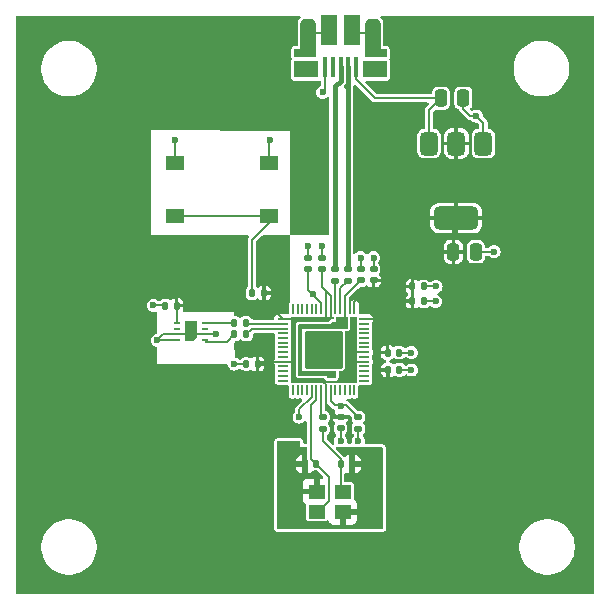
<source format=gtl>
G04 #@! TF.GenerationSoftware,KiCad,Pcbnew,8.0.5*
G04 #@! TF.CreationDate,2024-09-17T16:22:35-07:00*
G04 #@! TF.ProjectId,RP2040_PCB,52503230-3430-45f5-9043-422e6b696361,rev?*
G04 #@! TF.SameCoordinates,Original*
G04 #@! TF.FileFunction,Copper,L1,Top*
G04 #@! TF.FilePolarity,Positive*
%FSLAX46Y46*%
G04 Gerber Fmt 4.6, Leading zero omitted, Abs format (unit mm)*
G04 Created by KiCad (PCBNEW 8.0.5) date 2024-09-17 16:22:35*
%MOMM*%
%LPD*%
G01*
G04 APERTURE LIST*
G04 Aperture macros list*
%AMRoundRect*
0 Rectangle with rounded corners*
0 $1 Rounding radius*
0 $2 $3 $4 $5 $6 $7 $8 $9 X,Y pos of 4 corners*
0 Add a 4 corners polygon primitive as box body*
4,1,4,$2,$3,$4,$5,$6,$7,$8,$9,$2,$3,0*
0 Add four circle primitives for the rounded corners*
1,1,$1+$1,$2,$3*
1,1,$1+$1,$4,$5*
1,1,$1+$1,$6,$7*
1,1,$1+$1,$8,$9*
0 Add four rect primitives between the rounded corners*
20,1,$1+$1,$2,$3,$4,$5,0*
20,1,$1+$1,$4,$5,$6,$7,0*
20,1,$1+$1,$6,$7,$8,$9,0*
20,1,$1+$1,$8,$9,$2,$3,0*%
%AMFreePoly0*
4,1,6,0.500000,-0.850000,-0.500000,-0.850000,-0.500000,0.550000,-0.200000,0.850000,0.500000,0.850000,0.500000,-0.850000,0.500000,-0.850000,$1*%
G04 Aperture macros list end*
G04 #@! TA.AperFunction,SMDPad,CuDef*
%ADD10RoundRect,0.135000X-0.185000X0.135000X-0.185000X-0.135000X0.185000X-0.135000X0.185000X0.135000X0*%
G04 #@! TD*
G04 #@! TA.AperFunction,SMDPad,CuDef*
%ADD11RoundRect,0.250000X-0.250000X-0.475000X0.250000X-0.475000X0.250000X0.475000X-0.250000X0.475000X0*%
G04 #@! TD*
G04 #@! TA.AperFunction,SMDPad,CuDef*
%ADD12RoundRect,0.140000X0.140000X0.170000X-0.140000X0.170000X-0.140000X-0.170000X0.140000X-0.170000X0*%
G04 #@! TD*
G04 #@! TA.AperFunction,SMDPad,CuDef*
%ADD13RoundRect,0.140000X-0.140000X-0.170000X0.140000X-0.170000X0.140000X0.170000X-0.140000X0.170000X0*%
G04 #@! TD*
G04 #@! TA.AperFunction,SMDPad,CuDef*
%ADD14R,1.550000X1.300000*%
G04 #@! TD*
G04 #@! TA.AperFunction,SMDPad,CuDef*
%ADD15RoundRect,0.140000X-0.170000X0.140000X-0.170000X-0.140000X0.170000X-0.140000X0.170000X0.140000X0*%
G04 #@! TD*
G04 #@! TA.AperFunction,SMDPad,CuDef*
%ADD16RoundRect,0.140000X0.170000X-0.140000X0.170000X0.140000X-0.170000X0.140000X-0.170000X-0.140000X0*%
G04 #@! TD*
G04 #@! TA.AperFunction,SMDPad,CuDef*
%ADD17RoundRect,0.135000X0.135000X0.185000X-0.135000X0.185000X-0.135000X-0.185000X0.135000X-0.185000X0*%
G04 #@! TD*
G04 #@! TA.AperFunction,SMDPad,CuDef*
%ADD18RoundRect,0.375000X-0.375000X0.625000X-0.375000X-0.625000X0.375000X-0.625000X0.375000X0.625000X0*%
G04 #@! TD*
G04 #@! TA.AperFunction,SMDPad,CuDef*
%ADD19RoundRect,0.500000X-1.400000X0.500000X-1.400000X-0.500000X1.400000X-0.500000X1.400000X0.500000X0*%
G04 #@! TD*
G04 #@! TA.AperFunction,SMDPad,CuDef*
%ADD20R,0.550000X0.250000*%
G04 #@! TD*
G04 #@! TA.AperFunction,SMDPad,CuDef*
%ADD21FreePoly0,180.000000*%
G04 #@! TD*
G04 #@! TA.AperFunction,SMDPad,CuDef*
%ADD22RoundRect,0.050000X-0.387500X-0.050000X0.387500X-0.050000X0.387500X0.050000X-0.387500X0.050000X0*%
G04 #@! TD*
G04 #@! TA.AperFunction,SMDPad,CuDef*
%ADD23RoundRect,0.050000X-0.050000X-0.387500X0.050000X-0.387500X0.050000X0.387500X-0.050000X0.387500X0*%
G04 #@! TD*
G04 #@! TA.AperFunction,ComponentPad*
%ADD24C,0.600000*%
G04 #@! TD*
G04 #@! TA.AperFunction,SMDPad,CuDef*
%ADD25RoundRect,0.144000X-1.456000X-1.456000X1.456000X-1.456000X1.456000X1.456000X-1.456000X1.456000X0*%
G04 #@! TD*
G04 #@! TA.AperFunction,SMDPad,CuDef*
%ADD26R,0.400000X1.750000*%
G04 #@! TD*
G04 #@! TA.AperFunction,SMDPad,CuDef*
%ADD27R,1.825000X0.700000*%
G04 #@! TD*
G04 #@! TA.AperFunction,SMDPad,CuDef*
%ADD28R,2.000000X1.460000*%
G04 #@! TD*
G04 #@! TA.AperFunction,SMDPad,CuDef*
%ADD29RoundRect,0.384800X0.265200X1.240200X-0.265200X1.240200X-0.265200X-1.240200X0.265200X-1.240200X0*%
G04 #@! TD*
G04 #@! TA.AperFunction,ComponentPad*
%ADD30O,1.300000X1.800000*%
G04 #@! TD*
G04 #@! TA.AperFunction,ComponentPad*
%ADD31O,1.050000X1.450000*%
G04 #@! TD*
G04 #@! TA.AperFunction,SMDPad,CuDef*
%ADD32R,1.425000X2.500000*%
G04 #@! TD*
G04 #@! TA.AperFunction,SMDPad,CuDef*
%ADD33R,1.400000X1.200000*%
G04 #@! TD*
G04 #@! TA.AperFunction,ViaPad*
%ADD34C,0.600000*%
G04 #@! TD*
G04 #@! TA.AperFunction,Conductor*
%ADD35C,0.200000*%
G04 #@! TD*
G04 #@! TA.AperFunction,Conductor*
%ADD36C,0.400000*%
G04 #@! TD*
G04 APERTURE END LIST*
D10*
G04 #@! TO.P,R5,1*
G04 #@! TO.N,/USB_D-*
X155500000Y-98151781D03*
G04 #@! TO.P,R5,2*
G04 #@! TO.N,Net-(U3-USB_DM)*
X155500000Y-99171781D03*
G04 #@! TD*
D11*
G04 #@! TO.P,C4,1*
G04 #@! TO.N,+3V3*
X164456066Y-96711781D03*
G04 #@! TO.P,C4,2*
G04 #@! TO.N,GND*
X166356066Y-96711781D03*
G04 #@! TD*
D12*
G04 #@! TO.P,C15,1*
G04 #@! TO.N,+3V3*
X147886066Y-106211781D03*
G04 #@! TO.P,C15,2*
G04 #@! TO.N,GND*
X146926066Y-106211781D03*
G04 #@! TD*
D13*
G04 #@! TO.P,C2,1*
G04 #@! TO.N,Net-(C2-Pad1)*
X154926066Y-114711781D03*
G04 #@! TO.P,C2,2*
G04 #@! TO.N,GND*
X155886066Y-114711781D03*
G04 #@! TD*
D14*
G04 #@! TO.P,SW2,1,1*
G04 #@! TO.N,GND*
X140886066Y-89211781D03*
X148836066Y-89211781D03*
G04 #@! TO.P,SW2,2,2*
G04 #@! TO.N,/~{USB_BOOT}*
X140886066Y-93711781D03*
X148836066Y-93711781D03*
G04 #@! TD*
D15*
G04 #@! TO.P,C13,1*
G04 #@! TO.N,+3V3*
X154906066Y-110701781D03*
G04 #@! TO.P,C13,2*
G04 #@! TO.N,GND*
X154906066Y-111661781D03*
G04 #@! TD*
D13*
G04 #@! TO.P,C9,1*
G04 #@! TO.N,+3V3*
X158900000Y-105250000D03*
G04 #@! TO.P,C9,2*
G04 #@! TO.N,GND*
X159860000Y-105250000D03*
G04 #@! TD*
G04 #@! TO.P,C10,1*
G04 #@! TO.N,+3V3*
X161000000Y-100900000D03*
G04 #@! TO.P,C10,2*
G04 #@! TO.N,GND*
X161960000Y-100900000D03*
G04 #@! TD*
D15*
G04 #@! TO.P,C6,1*
G04 #@! TO.N,+1V1*
X156406066Y-110721781D03*
G04 #@! TO.P,C6,2*
G04 #@! TO.N,GND*
X156406066Y-111681781D03*
G04 #@! TD*
D16*
G04 #@! TO.P,C16,1*
G04 #@! TO.N,+3V3*
X157700000Y-99131781D03*
G04 #@! TO.P,C16,2*
G04 #@! TO.N,GND*
X157700000Y-98171781D03*
G04 #@! TD*
D10*
G04 #@! TO.P,R4,1*
G04 #@! TO.N,/USB_D+*
X154400000Y-98130000D03*
G04 #@! TO.P,R4,2*
G04 #@! TO.N,Net-(U3-USB_DP)*
X154400000Y-99150000D03*
G04 #@! TD*
D13*
G04 #@! TO.P,C11,1*
G04 #@! TO.N,+3V3*
X158926066Y-106711781D03*
G04 #@! TO.P,C11,2*
G04 #@! TO.N,GND*
X159886066Y-106711781D03*
G04 #@! TD*
D11*
G04 #@! TO.P,C3,1*
G04 #@! TO.N,VBUS*
X163406066Y-83711781D03*
G04 #@! TO.P,C3,2*
G04 #@! TO.N,GND*
X165306066Y-83711781D03*
G04 #@! TD*
D17*
G04 #@! TO.P,R6,1*
G04 #@! TO.N,/GPIO0*
X146916066Y-102711781D03*
G04 #@! TO.P,R6,2*
G04 #@! TO.N,Net-(U4-SCL)*
X145896066Y-102711781D03*
G04 #@! TD*
D12*
G04 #@! TO.P,C1,1*
G04 #@! TO.N,/XIN*
X152866066Y-114711781D03*
G04 #@! TO.P,C1,2*
G04 #@! TO.N,GND*
X151906066Y-114711781D03*
G04 #@! TD*
D13*
G04 #@! TO.P,C14,1*
G04 #@! TO.N,+3V3*
X160990000Y-99650000D03*
G04 #@! TO.P,C14,2*
G04 #@! TO.N,GND*
X161950000Y-99650000D03*
G04 #@! TD*
D16*
G04 #@! TO.P,C8,1*
G04 #@! TO.N,+1V1*
X156600000Y-99140000D03*
G04 #@! TO.P,C8,2*
G04 #@! TO.N,GND*
X156600000Y-98180000D03*
G04 #@! TD*
D18*
G04 #@! TO.P,U1,1,GND*
G04 #@! TO.N,GND*
X167006066Y-87561781D03*
G04 #@! TO.P,U1,2,VO*
G04 #@! TO.N,+3V3*
X164706066Y-87561781D03*
D19*
X164706066Y-93861781D03*
D18*
G04 #@! TO.P,U1,3,VI*
G04 #@! TO.N,VBUS*
X162406066Y-87561781D03*
G04 #@! TD*
D16*
G04 #@! TO.P,C12,1*
G04 #@! TO.N,+3V3*
X153300000Y-98200000D03*
G04 #@! TO.P,C12,2*
G04 #@! TO.N,GND*
X153300000Y-97240000D03*
G04 #@! TD*
D12*
G04 #@! TO.P,C5,1*
G04 #@! TO.N,+3V3*
X141030000Y-101270000D03*
G04 #@! TO.P,C5,2*
G04 #@! TO.N,GND*
X140070000Y-101270000D03*
G04 #@! TD*
D16*
G04 #@! TO.P,C7,1*
G04 #@! TO.N,+1V1*
X152150000Y-98171781D03*
G04 #@! TO.P,C7,2*
G04 #@! TO.N,GND*
X152150000Y-97211781D03*
G04 #@! TD*
D20*
G04 #@! TO.P,U4,1,SDA*
G04 #@! TO.N,Net-(U4-SDA)*
X143406066Y-104211781D03*
G04 #@! TO.P,U4,2,ADDR*
G04 #@! TO.N,GND*
X143406066Y-103711781D03*
G04 #@! TO.P,U4,3,ALERT*
G04 #@! TO.N,unconnected-(U4-ALERT-Pad3)*
X143406066Y-103211781D03*
G04 #@! TO.P,U4,4,SCL*
G04 #@! TO.N,Net-(U4-SCL)*
X143406066Y-102711781D03*
G04 #@! TO.P,U4,5,VDD*
G04 #@! TO.N,+3V3*
X141056066Y-102711781D03*
G04 #@! TO.P,U4,6,~{RESET}*
G04 #@! TO.N,unconnected-(U4-~{RESET}-Pad6)*
X141056066Y-103211781D03*
G04 #@! TO.P,U4,7,R*
G04 #@! TO.N,GND*
X141056066Y-103711781D03*
G04 #@! TO.P,U4,8,VSS*
X141056066Y-104211781D03*
D21*
G04 #@! TO.P,U4,9,VSS*
X142231066Y-103461781D03*
G04 #@! TD*
D22*
G04 #@! TO.P,U3,1,IOVDD*
G04 #@! TO.N,+3V3*
X150031066Y-102411781D03*
G04 #@! TO.P,U3,2,GPIO0*
G04 #@! TO.N,/GPIO0*
X150031066Y-102811781D03*
G04 #@! TO.P,U3,3,GPIO1*
G04 #@! TO.N,/GPIO1*
X150031066Y-103211781D03*
G04 #@! TO.P,U3,4,GPIO2*
G04 #@! TO.N,unconnected-(U3-GPIO2-Pad4)*
X150031066Y-103611781D03*
G04 #@! TO.P,U3,5,GPIO3*
G04 #@! TO.N,unconnected-(U3-GPIO3-Pad5)*
X150031066Y-104011781D03*
G04 #@! TO.P,U3,6,GPIO4*
G04 #@! TO.N,unconnected-(U3-GPIO4-Pad6)*
X150031066Y-104411781D03*
G04 #@! TO.P,U3,7,GPIO5*
G04 #@! TO.N,unconnected-(U3-GPIO5-Pad7)*
X150031066Y-104811781D03*
G04 #@! TO.P,U3,8,GPIO6*
G04 #@! TO.N,unconnected-(U3-GPIO6-Pad8)*
X150031066Y-105211781D03*
G04 #@! TO.P,U3,9,GPIO7*
G04 #@! TO.N,unconnected-(U3-GPIO7-Pad9)*
X150031066Y-105611781D03*
G04 #@! TO.P,U3,10,IOVDD*
G04 #@! TO.N,+3V3*
X150031066Y-106011781D03*
G04 #@! TO.P,U3,11,GPIO8*
G04 #@! TO.N,unconnected-(U3-GPIO8-Pad11)*
X150031066Y-106411781D03*
G04 #@! TO.P,U3,12,GPIO9*
G04 #@! TO.N,unconnected-(U3-GPIO9-Pad12)*
X150031066Y-106811781D03*
G04 #@! TO.P,U3,13,GPIO10*
G04 #@! TO.N,unconnected-(U3-GPIO10-Pad13)*
X150031066Y-107211781D03*
G04 #@! TO.P,U3,14,GPIO11*
G04 #@! TO.N,unconnected-(U3-GPIO11-Pad14)*
X150031066Y-107611781D03*
D23*
G04 #@! TO.P,U3,15,GPIO12*
G04 #@! TO.N,unconnected-(U3-GPIO12-Pad15)*
X150868566Y-108449281D03*
G04 #@! TO.P,U3,16,GPIO13*
G04 #@! TO.N,unconnected-(U3-GPIO13-Pad16)*
X151268566Y-108449281D03*
G04 #@! TO.P,U3,17,GPIO14*
G04 #@! TO.N,unconnected-(U3-GPIO14-Pad17)*
X151668566Y-108449281D03*
G04 #@! TO.P,U3,18,GPIO15*
G04 #@! TO.N,unconnected-(U3-GPIO15-Pad18)*
X152068566Y-108449281D03*
G04 #@! TO.P,U3,19,TESTEN*
G04 #@! TO.N,GND*
X152468566Y-108449281D03*
G04 #@! TO.P,U3,20,XIN*
G04 #@! TO.N,/XIN*
X152868566Y-108449281D03*
G04 #@! TO.P,U3,21,XOUT*
G04 #@! TO.N,/XOUT*
X153268566Y-108449281D03*
G04 #@! TO.P,U3,22,IOVDD*
G04 #@! TO.N,+3V3*
X153668566Y-108449281D03*
G04 #@! TO.P,U3,23,DVDD*
G04 #@! TO.N,+1V1*
X154068566Y-108449281D03*
G04 #@! TO.P,U3,24,SWCLK*
G04 #@! TO.N,unconnected-(U3-SWCLK-Pad24)*
X154468566Y-108449281D03*
G04 #@! TO.P,U3,25,SWD*
G04 #@! TO.N,unconnected-(U3-SWD-Pad25)*
X154868566Y-108449281D03*
G04 #@! TO.P,U3,26,RUN*
G04 #@! TO.N,/RUN*
X155268566Y-108449281D03*
G04 #@! TO.P,U3,27,GPIO16*
G04 #@! TO.N,unconnected-(U3-GPIO16-Pad27)*
X155668566Y-108449281D03*
G04 #@! TO.P,U3,28,GPIO17*
G04 #@! TO.N,unconnected-(U3-GPIO17-Pad28)*
X156068566Y-108449281D03*
D22*
G04 #@! TO.P,U3,29,GPIO18*
G04 #@! TO.N,unconnected-(U3-GPIO18-Pad29)*
X156906066Y-107611781D03*
G04 #@! TO.P,U3,30,GPIO19*
G04 #@! TO.N,unconnected-(U3-GPIO19-Pad30)*
X156906066Y-107211781D03*
G04 #@! TO.P,U3,31,GPIO20*
G04 #@! TO.N,unconnected-(U3-GPIO20-Pad31)*
X156906066Y-106811781D03*
G04 #@! TO.P,U3,32,GPIO21*
G04 #@! TO.N,unconnected-(U3-GPIO21-Pad32)*
X156906066Y-106411781D03*
G04 #@! TO.P,U3,33,IOVDD*
G04 #@! TO.N,+3V3*
X156906066Y-106011781D03*
G04 #@! TO.P,U3,34,GPIO22*
G04 #@! TO.N,unconnected-(U3-GPIO22-Pad34)*
X156906066Y-105611781D03*
G04 #@! TO.P,U3,35,GPIO23*
G04 #@! TO.N,+3V3*
X156906066Y-105211781D03*
G04 #@! TO.P,U3,36,GPIO24*
G04 #@! TO.N,unconnected-(U3-GPIO24-Pad36)*
X156906066Y-104811781D03*
G04 #@! TO.P,U3,37,GPIO25*
G04 #@! TO.N,unconnected-(U3-GPIO25-Pad37)*
X156906066Y-104411781D03*
G04 #@! TO.P,U3,38,GPIO26_ADC0*
G04 #@! TO.N,unconnected-(U3-GPIO26_ADC0-Pad38)*
X156906066Y-104011781D03*
G04 #@! TO.P,U3,39,GPIO27_ADC1*
G04 #@! TO.N,unconnected-(U3-GPIO27_ADC1-Pad39)*
X156906066Y-103611781D03*
G04 #@! TO.P,U3,40,GPIO28_ADC2*
G04 #@! TO.N,unconnected-(U3-GPIO28_ADC2-Pad40)*
X156906066Y-103211781D03*
G04 #@! TO.P,U3,41,GPIO29_ADC3*
G04 #@! TO.N,unconnected-(U3-GPIO29_ADC3-Pad41)*
X156906066Y-102811781D03*
G04 #@! TO.P,U3,42,IOVDD*
G04 #@! TO.N,+3V3*
X156906066Y-102411781D03*
D23*
G04 #@! TO.P,U3,43,ADC_AVDD*
X156068566Y-101574281D03*
G04 #@! TO.P,U3,44,VREG_IN*
X155668566Y-101574281D03*
G04 #@! TO.P,U3,45,VREG_VOUT*
G04 #@! TO.N,+1V1*
X155268566Y-101574281D03*
G04 #@! TO.P,U3,46,USB_DM*
G04 #@! TO.N,Net-(U3-USB_DM)*
X154868566Y-101574281D03*
G04 #@! TO.P,U3,47,USB_DP*
G04 #@! TO.N,Net-(U3-USB_DP)*
X154468566Y-101574281D03*
G04 #@! TO.P,U3,48,USB_VDD*
G04 #@! TO.N,+3V3*
X154068566Y-101574281D03*
G04 #@! TO.P,U3,49,IOVDD*
X153668566Y-101574281D03*
G04 #@! TO.P,U3,50,DVDD*
G04 #@! TO.N,+1V1*
X153268566Y-101574281D03*
G04 #@! TO.P,U3,51,QSPI_SD3*
G04 #@! TO.N,unconnected-(U3-QSPI_SD3-Pad51)*
X152868566Y-101574281D03*
G04 #@! TO.P,U3,52,QSPI_SCLK*
G04 #@! TO.N,unconnected-(U3-QSPI_SCLK-Pad52)*
X152468566Y-101574281D03*
G04 #@! TO.P,U3,53,QSPI_SD0*
G04 #@! TO.N,unconnected-(U3-QSPI_SD0-Pad53)*
X152068566Y-101574281D03*
G04 #@! TO.P,U3,54,QSPI_SD2*
G04 #@! TO.N,unconnected-(U3-QSPI_SD2-Pad54)*
X151668566Y-101574281D03*
G04 #@! TO.P,U3,55,QSPI_SD1*
G04 #@! TO.N,unconnected-(U3-QSPI_SD1-Pad55)*
X151268566Y-101574281D03*
G04 #@! TO.P,U3,56,QSPI_SS*
G04 #@! TO.N,unconnected-(U3-QSPI_SS-Pad56)*
X150868566Y-101574281D03*
D24*
G04 #@! TO.P,U3,57,GND*
G04 #@! TO.N,GND*
X152193566Y-103736781D03*
X152193566Y-105011781D03*
X152193566Y-106286781D03*
X153468566Y-103736781D03*
X153468566Y-105011781D03*
D25*
X153468566Y-105011781D03*
D24*
X153468566Y-106286781D03*
X154743566Y-103736781D03*
X154743566Y-105011781D03*
X154743566Y-106286781D03*
G04 #@! TD*
D26*
G04 #@! TO.P,J2,1,VBUS*
G04 #@! TO.N,VBUS*
X156206066Y-81036781D03*
G04 #@! TO.P,J2,2,D-*
G04 #@! TO.N,/USB_D-*
X155556066Y-81036781D03*
G04 #@! TO.P,J2,3,D+*
G04 #@! TO.N,/USB_D+*
X154906066Y-81036781D03*
G04 #@! TO.P,J2,4,ID*
G04 #@! TO.N,unconnected-(J2-ID-Pad4)*
X154256066Y-81036781D03*
G04 #@! TO.P,J2,5,GND*
G04 #@! TO.N,GND*
X153606066Y-81036781D03*
D27*
G04 #@! TO.P,J2,6,Shield*
X157893566Y-79911781D03*
D28*
X157806066Y-81241781D03*
D29*
X157631066Y-78636781D03*
D30*
X157631066Y-78211781D03*
D31*
X157331066Y-81241781D03*
D32*
X155868566Y-77961781D03*
X153943566Y-77961781D03*
D31*
X152481066Y-81241781D03*
D29*
X152181066Y-78636781D03*
D30*
X152181066Y-78211781D03*
D28*
X152006066Y-81241781D03*
D27*
X151918566Y-79911781D03*
G04 #@! TD*
D33*
G04 #@! TO.P,Y1,1,1*
G04 #@! TO.N,/XIN*
X152906066Y-118711781D03*
G04 #@! TO.P,Y1,2,2*
G04 #@! TO.N,GND*
X155106066Y-118711781D03*
G04 #@! TO.P,Y1,3,3*
G04 #@! TO.N,Net-(C2-Pad1)*
X155106066Y-117011781D03*
G04 #@! TO.P,Y1,4,4*
G04 #@! TO.N,GND*
X152906066Y-117011781D03*
G04 #@! TD*
D10*
G04 #@! TO.P,R3,1*
G04 #@! TO.N,/XOUT*
X153406066Y-110711781D03*
G04 #@! TO.P,R3,2*
G04 #@! TO.N,Net-(C2-Pad1)*
X153406066Y-111731781D03*
G04 #@! TD*
D17*
G04 #@! TO.P,R2,1*
G04 #@! TO.N,/GPIO1*
X146936066Y-103711781D03*
G04 #@! TO.P,R2,2*
G04 #@! TO.N,Net-(U4-SDA)*
X145916066Y-103711781D03*
G04 #@! TD*
G04 #@! TO.P,R1,1*
G04 #@! TO.N,+3V3*
X148426066Y-100211781D03*
G04 #@! TO.P,R1,2*
G04 #@! TO.N,/~{USB_BOOT}*
X147406066Y-100211781D03*
G04 #@! TD*
D34*
G04 #@! TO.N,GND*
X157406066Y-114711781D03*
X139050000Y-101250000D03*
X152150000Y-96200000D03*
X150406066Y-118711781D03*
X145906066Y-106211781D03*
X153406066Y-83211781D03*
X151406066Y-110711781D03*
X144406066Y-103711781D03*
X167906066Y-96711781D03*
X160906066Y-106711781D03*
X157406066Y-118711781D03*
X160900000Y-105250000D03*
X150406066Y-114711781D03*
X140906066Y-87211781D03*
X154906066Y-112711781D03*
X166406066Y-85211781D03*
X162960000Y-100900000D03*
X156600000Y-97200000D03*
X162990000Y-99650000D03*
X148906066Y-87211781D03*
X157700000Y-97211781D03*
X139406066Y-104211781D03*
X153300000Y-96211781D03*
X156406066Y-112711781D03*
G04 #@! TO.N,+3V3*
X159766000Y-79883000D03*
X150114000Y-79883000D03*
G04 #@! TO.N,+1V1*
X154940000Y-109728000D03*
X154400000Y-102900000D03*
X152550000Y-100250000D03*
X154250000Y-107150000D03*
G04 #@! TD*
D35*
G04 #@! TO.N,GND*
X166356066Y-96711781D02*
X167906066Y-96711781D01*
X152150000Y-97200000D02*
X152150000Y-96200000D01*
X139906066Y-103711781D02*
X139406066Y-104211781D01*
X148836066Y-89211781D02*
X148836066Y-87281781D01*
X151406066Y-110045641D02*
X151406066Y-110711781D01*
X166406066Y-85211781D02*
X167006066Y-85811781D01*
X140050000Y-101250000D02*
X139050000Y-101250000D01*
X152468566Y-108983141D02*
X151406066Y-110045641D01*
X146926066Y-106211781D02*
X145906066Y-106211781D01*
X142231066Y-103461781D02*
X141981066Y-103711781D01*
X153606066Y-81036781D02*
X153606066Y-83011781D01*
X152006066Y-81241781D02*
X152481066Y-81241781D01*
X140886066Y-89211781D02*
X140886066Y-87231781D01*
X157806066Y-81241781D02*
X157331066Y-81241781D01*
X152468566Y-108449281D02*
X152468566Y-108983141D01*
X167006066Y-85811781D02*
X167006066Y-87561781D01*
X142481066Y-103711781D02*
X143406066Y-103711781D01*
X165906066Y-85211781D02*
X165306066Y-84611781D01*
X153606066Y-83011781D02*
X153406066Y-83211781D01*
X161960000Y-100900000D02*
X162960000Y-100900000D01*
X156600000Y-98180000D02*
X156600000Y-97200000D01*
X141056066Y-104211781D02*
X139406066Y-104211781D01*
X157631066Y-78211781D02*
X156118566Y-78211781D01*
X154906066Y-111661781D02*
X154906066Y-112711781D01*
X166406066Y-85211781D02*
X165906066Y-85211781D01*
X143406066Y-103711781D02*
X144406066Y-103711781D01*
X142231066Y-103461781D02*
X142481066Y-103711781D01*
X156406066Y-111681781D02*
X156406066Y-112711781D01*
X159860000Y-105250000D02*
X160900000Y-105250000D01*
X162990000Y-99650000D02*
X161950000Y-99650000D01*
X156118566Y-78211781D02*
X155868566Y-77961781D01*
X141056066Y-103711781D02*
X139906066Y-103711781D01*
X159886066Y-106711781D02*
X160906066Y-106711781D01*
X153300000Y-97251781D02*
X153300000Y-96211781D01*
X157700000Y-98171781D02*
X157700000Y-97211781D01*
X148836066Y-87281781D02*
X148906066Y-87211781D01*
X153693566Y-78211781D02*
X153943566Y-77961781D01*
X165306066Y-84611781D02*
X165306066Y-83711781D01*
X141981066Y-103711781D02*
X141056066Y-103711781D01*
X140886066Y-87231781D02*
X140906066Y-87211781D01*
X152181066Y-78211781D02*
X153693566Y-78211781D01*
G04 #@! TO.N,/XIN*
X152406066Y-114251781D02*
X152406066Y-109711781D01*
X152406066Y-109711781D02*
X152868566Y-109249281D01*
X152866066Y-114711781D02*
X152406066Y-114251781D01*
X153906066Y-117811781D02*
X153906066Y-115751781D01*
X152868566Y-109249281D02*
X152868566Y-108449281D01*
X152906066Y-118711781D02*
X153006066Y-118711781D01*
X153006066Y-118711781D02*
X153906066Y-117811781D01*
X153906066Y-115751781D02*
X152866066Y-114711781D01*
G04 #@! TO.N,Net-(C2-Pad1)*
X154926066Y-114251781D02*
X153406066Y-112731781D01*
X154926066Y-114711781D02*
X154926066Y-116831781D01*
X154926066Y-114711781D02*
X154926066Y-114251781D01*
X154926066Y-116831781D02*
X155106066Y-117011781D01*
X153406066Y-112731781D02*
X153406066Y-111731781D01*
G04 #@! TO.N,VBUS*
X162406066Y-84711781D02*
X162406066Y-87561781D01*
X156206066Y-81036781D02*
X156206066Y-82111781D01*
X157806066Y-83711781D02*
X163406066Y-83711781D01*
X163406066Y-83711781D02*
X162406066Y-84711781D01*
X156206066Y-82111781D02*
X157806066Y-83711781D01*
G04 #@! TO.N,+3V3*
X155668566Y-101574281D02*
X155668566Y-100869281D01*
X148406066Y-100211781D02*
X148406066Y-100786781D01*
X153668566Y-100050000D02*
X153668566Y-101574281D01*
X153449145Y-107696000D02*
X153416000Y-107696000D01*
X150031066Y-102411781D02*
X150925781Y-102411781D01*
X141030000Y-101270000D02*
X141030000Y-102685715D01*
X156906066Y-106011781D02*
X156116219Y-106011781D01*
X154068566Y-101574281D02*
X154068566Y-102217434D01*
X153668566Y-102236434D02*
X153543000Y-102362000D01*
X164456066Y-96711781D02*
X164456066Y-94111781D01*
X155668566Y-100731434D02*
X156400000Y-100000000D01*
X156068566Y-101574281D02*
X156068566Y-100931434D01*
X156068566Y-100931434D02*
X156300000Y-100700000D01*
X153300000Y-99681434D02*
X153668566Y-100050000D01*
X141030000Y-102685715D02*
X141056066Y-102711781D01*
X147886066Y-106211781D02*
X148086066Y-106011781D01*
X156116219Y-106011781D02*
X156083000Y-106045000D01*
X153668566Y-107915421D02*
X153449145Y-107696000D01*
X154906066Y-110701781D02*
X154596067Y-110701781D01*
X154068566Y-102217434D02*
X153924000Y-102362000D01*
X155668566Y-100869281D02*
X155668566Y-100731434D01*
X153668566Y-109774280D02*
X153668566Y-108449281D01*
X156906066Y-105211781D02*
X156154219Y-105211781D01*
X158438219Y-102411781D02*
X158450000Y-102400000D01*
X156906066Y-102411781D02*
X158438219Y-102411781D01*
X148406066Y-100786781D02*
X150031066Y-102411781D01*
X150031066Y-106011781D02*
X150842781Y-106011781D01*
X164456066Y-94111781D02*
X164706066Y-93861781D01*
X154596067Y-110701781D02*
X153668566Y-109774280D01*
X153300000Y-98200000D02*
X153300000Y-99681434D01*
X154068566Y-100450000D02*
X153668566Y-100050000D01*
X154068566Y-101574281D02*
X154068566Y-100450000D01*
X148086066Y-106011781D02*
X150031066Y-106011781D01*
X153668566Y-101574281D02*
X153668566Y-102236434D01*
X156154219Y-105211781D02*
X156083000Y-105283000D01*
X153668566Y-108449281D02*
X153668566Y-107915421D01*
X150925781Y-102411781D02*
X151003000Y-102489000D01*
G04 #@! TO.N,+1V1*
X152150000Y-99921855D02*
X152150000Y-98171781D01*
X153268566Y-101574281D02*
X153268566Y-101040421D01*
X155268566Y-102541434D02*
X155194000Y-102616000D01*
X155268566Y-101574281D02*
X155268566Y-100471434D01*
X155268566Y-100471434D02*
X156600000Y-99140000D01*
X155396066Y-109711781D02*
X154406066Y-109711781D01*
X156406066Y-110721781D02*
X155396066Y-109711781D01*
X155268566Y-101574281D02*
X155268566Y-102541434D01*
X154406066Y-109711781D02*
X154068566Y-109374281D01*
X154068566Y-109374281D02*
X154068566Y-108449281D01*
X153268566Y-101040421D02*
X152150000Y-99921855D01*
D36*
G04 #@! TO.N,/USB_D-*
X155500000Y-82710000D02*
X155500000Y-98150000D01*
X155556066Y-81036781D02*
X155556066Y-82561781D01*
X155556066Y-82561781D02*
X155406066Y-82711781D01*
G04 #@! TO.N,/USB_D+*
X154906066Y-81036781D02*
X154906066Y-82211781D01*
X154406066Y-82711781D02*
X154406066Y-98161781D01*
X154906066Y-82211781D02*
X154406066Y-82711781D01*
D35*
G04 #@! TO.N,/~{USB_BOOT}*
X147406066Y-95711781D02*
X147406066Y-100211781D01*
X140886066Y-93711781D02*
X148836066Y-93711781D01*
X148836066Y-94281781D02*
X147406066Y-95711781D01*
X148836066Y-93711781D02*
X148836066Y-94281781D01*
G04 #@! TO.N,Net-(U4-SDA)*
X143406066Y-104211781D02*
X143506066Y-104311781D01*
X145316066Y-104311781D02*
X145916066Y-103711781D01*
X143506066Y-104311781D02*
X145316066Y-104311781D01*
G04 #@! TO.N,/GPIO1*
X147436066Y-103211781D02*
X146936066Y-103711781D01*
X150031066Y-103211781D02*
X147436066Y-103211781D01*
G04 #@! TO.N,/XOUT*
X153268566Y-110574281D02*
X153268566Y-108449281D01*
X153406066Y-110711781D02*
X153268566Y-110574281D01*
G04 #@! TO.N,Net-(U3-USB_DP)*
X154468566Y-99244281D02*
X154406066Y-99181781D01*
X154468566Y-99218566D02*
X154468566Y-101574281D01*
X154400000Y-99150000D02*
X154468566Y-99218566D01*
G04 #@! TO.N,Net-(U3-USB_DM)*
X155500000Y-99171781D02*
X154868566Y-99803215D01*
X154868566Y-99803215D02*
X154868566Y-101574281D01*
G04 #@! TO.N,/GPIO0*
X150031066Y-102811781D02*
X147016066Y-102811781D01*
X147016066Y-102811781D02*
X146916066Y-102711781D01*
G04 #@! TO.N,Net-(U4-SCL)*
X143406066Y-102711781D02*
X145896066Y-102711781D01*
G04 #@! TD*
G04 #@! TA.AperFunction,Conductor*
G04 #@! TO.N,+3V3*
G36*
X154339081Y-102236012D02*
G01*
X154339081Y-102264885D01*
X154331500Y-102303000D01*
X154331500Y-102343087D01*
X154309826Y-102395413D01*
X154278350Y-102414089D01*
X154256511Y-102420502D01*
X154235661Y-102423500D01*
X154211000Y-102423500D01*
X154188707Y-102427934D01*
X154132364Y-102439141D01*
X154132354Y-102439144D01*
X154080037Y-102460814D01*
X154021739Y-102497445D01*
X154021737Y-102497447D01*
X153968817Y-102572031D01*
X153966420Y-102577820D01*
X153926370Y-102617868D01*
X153898053Y-102623500D01*
X151411000Y-102623500D01*
X151388707Y-102627934D01*
X151332364Y-102639141D01*
X151332354Y-102639144D01*
X151280037Y-102660814D01*
X151221739Y-102697445D01*
X151221737Y-102697447D01*
X151168816Y-102772033D01*
X151147144Y-102824354D01*
X151147141Y-102824364D01*
X151131500Y-102903001D01*
X151131500Y-107154998D01*
X151147141Y-107233635D01*
X151147144Y-107233645D01*
X151168814Y-107285962D01*
X151168816Y-107285966D01*
X151168817Y-107285967D01*
X151205445Y-107344261D01*
X151280033Y-107397183D01*
X151332359Y-107418857D01*
X151411000Y-107434500D01*
X153498054Y-107434500D01*
X153550380Y-107456174D01*
X153566421Y-107480182D01*
X153568817Y-107485967D01*
X153605445Y-107544261D01*
X153680033Y-107597183D01*
X153732359Y-107618857D01*
X153811000Y-107634500D01*
X154112906Y-107634500D01*
X154133754Y-107637497D01*
X154178039Y-107650500D01*
X154321961Y-107650500D01*
X154366246Y-107637497D01*
X154387094Y-107634500D01*
X154462998Y-107634500D01*
X154463000Y-107634500D01*
X154541641Y-107618857D01*
X154593967Y-107597183D01*
X154652261Y-107560555D01*
X154705183Y-107485967D01*
X154726857Y-107433641D01*
X154742500Y-107355000D01*
X154742500Y-107246733D01*
X154743253Y-107236202D01*
X154743622Y-107233635D01*
X154755647Y-107150000D01*
X154743253Y-107063796D01*
X154742500Y-107053265D01*
X154742500Y-106886280D01*
X154764174Y-106833954D01*
X154816500Y-106812280D01*
X154964927Y-106812280D01*
X154964928Y-106812280D01*
X155015105Y-106805675D01*
X155125211Y-106754332D01*
X155211117Y-106668426D01*
X155262460Y-106558320D01*
X155269066Y-106508144D01*
X155269065Y-103515419D01*
X155269065Y-103515417D01*
X155268929Y-103513344D01*
X155287131Y-103459712D01*
X155337926Y-103434659D01*
X155342770Y-103434500D01*
X155462998Y-103434500D01*
X155463000Y-103434500D01*
X155541641Y-103418857D01*
X155593967Y-103397183D01*
X155652261Y-103360555D01*
X155705183Y-103285967D01*
X155726857Y-103233641D01*
X155742500Y-103155000D01*
X155742500Y-102303000D01*
X155727780Y-102229000D01*
X156337000Y-102229000D01*
X156337000Y-102582622D01*
X156282600Y-102664040D01*
X156282600Y-102664041D01*
X156268066Y-102737107D01*
X156268066Y-102886455D01*
X156276284Y-102927770D01*
X156282600Y-102959522D01*
X156290049Y-102970671D01*
X156301097Y-103026221D01*
X156290049Y-103052891D01*
X156282600Y-103064039D01*
X156268066Y-103137108D01*
X156268066Y-103286453D01*
X156282600Y-103359522D01*
X156290049Y-103370671D01*
X156301097Y-103426221D01*
X156290049Y-103452891D01*
X156282600Y-103464039D01*
X156282600Y-103464041D01*
X156272381Y-103515417D01*
X156268066Y-103537108D01*
X156268066Y-103686453D01*
X156282600Y-103759522D01*
X156290049Y-103770671D01*
X156301097Y-103826221D01*
X156290049Y-103852891D01*
X156282600Y-103864039D01*
X156268066Y-103937108D01*
X156268066Y-104086453D01*
X156282600Y-104159522D01*
X156290049Y-104170671D01*
X156301097Y-104226221D01*
X156290049Y-104252891D01*
X156282600Y-104264039D01*
X156268066Y-104337108D01*
X156268066Y-104486453D01*
X156282600Y-104559522D01*
X156290049Y-104570671D01*
X156301097Y-104626221D01*
X156290049Y-104652891D01*
X156282600Y-104664039D01*
X156268066Y-104737108D01*
X156268066Y-104886453D01*
X156282600Y-104959521D01*
X156337000Y-105040938D01*
X156337000Y-105382622D01*
X156282600Y-105464040D01*
X156268066Y-105537108D01*
X156268066Y-105686453D01*
X156282600Y-105759521D01*
X156337000Y-105840938D01*
X156337000Y-106182622D01*
X156282600Y-106264040D01*
X156282600Y-106264041D01*
X156268066Y-106337107D01*
X156268066Y-106486455D01*
X156277755Y-106535165D01*
X156282600Y-106559522D01*
X156290049Y-106570671D01*
X156301097Y-106626221D01*
X156290049Y-106652891D01*
X156282600Y-106664039D01*
X156268066Y-106737108D01*
X156268066Y-106886453D01*
X156282600Y-106959522D01*
X156290049Y-106970671D01*
X156301097Y-107026221D01*
X156290049Y-107052891D01*
X156282600Y-107064039D01*
X156268066Y-107137108D01*
X156268066Y-107286453D01*
X156282600Y-107359522D01*
X156290049Y-107370671D01*
X156301097Y-107426221D01*
X156290049Y-107452891D01*
X156282600Y-107464039D01*
X156268066Y-107537108D01*
X156268066Y-107686453D01*
X156277455Y-107733655D01*
X156266406Y-107789204D01*
X156219314Y-107820670D01*
X156190441Y-107820670D01*
X156143240Y-107811281D01*
X155993892Y-107811281D01*
X155957359Y-107818548D01*
X155920824Y-107825815D01*
X155916057Y-107829000D01*
X155821074Y-107829000D01*
X155816307Y-107825815D01*
X155780748Y-107818742D01*
X155743240Y-107811281D01*
X155593892Y-107811281D01*
X155557359Y-107818548D01*
X155520824Y-107825815D01*
X155516057Y-107829000D01*
X155421074Y-107829000D01*
X155416307Y-107825815D01*
X155380748Y-107818742D01*
X155343240Y-107811281D01*
X155193892Y-107811281D01*
X155157359Y-107818548D01*
X155120824Y-107825815D01*
X155116057Y-107829000D01*
X155021074Y-107829000D01*
X155016307Y-107825815D01*
X154980748Y-107818742D01*
X154943240Y-107811281D01*
X154793892Y-107811281D01*
X154757359Y-107818548D01*
X154720824Y-107825815D01*
X154716057Y-107829000D01*
X154621074Y-107829000D01*
X154616307Y-107825815D01*
X154580748Y-107818742D01*
X154543240Y-107811281D01*
X154393892Y-107811281D01*
X154357359Y-107818548D01*
X154320824Y-107825815D01*
X154316057Y-107829000D01*
X154221074Y-107829000D01*
X154216307Y-107825815D01*
X154180748Y-107818742D01*
X154143240Y-107811281D01*
X153993892Y-107811281D01*
X153956384Y-107818742D01*
X153920825Y-107825815D01*
X153916058Y-107829000D01*
X153421073Y-107829000D01*
X153416306Y-107825815D01*
X153343240Y-107811281D01*
X153193892Y-107811281D01*
X153157359Y-107818548D01*
X153120824Y-107825815D01*
X153116057Y-107829000D01*
X153021074Y-107829000D01*
X153016307Y-107825815D01*
X152980748Y-107818742D01*
X152943240Y-107811281D01*
X152793892Y-107811281D01*
X152757359Y-107818548D01*
X152720824Y-107825815D01*
X152716057Y-107829000D01*
X152621074Y-107829000D01*
X152616307Y-107825815D01*
X152580748Y-107818742D01*
X152543240Y-107811281D01*
X152393892Y-107811281D01*
X152357359Y-107818548D01*
X152320824Y-107825815D01*
X152316057Y-107829000D01*
X152221074Y-107829000D01*
X152216307Y-107825815D01*
X152180748Y-107818742D01*
X152143240Y-107811281D01*
X151993892Y-107811281D01*
X151957359Y-107818548D01*
X151920824Y-107825815D01*
X151916057Y-107829000D01*
X151821074Y-107829000D01*
X151816307Y-107825815D01*
X151780748Y-107818742D01*
X151743240Y-107811281D01*
X151593892Y-107811281D01*
X151557359Y-107818548D01*
X151520824Y-107825815D01*
X151516057Y-107829000D01*
X151421074Y-107829000D01*
X151416307Y-107825815D01*
X151380748Y-107818742D01*
X151343240Y-107811281D01*
X151193892Y-107811281D01*
X151157359Y-107818548D01*
X151120824Y-107825815D01*
X151116057Y-107829000D01*
X151021074Y-107829000D01*
X151016307Y-107825815D01*
X150980748Y-107818742D01*
X150943240Y-107811281D01*
X150793892Y-107811281D01*
X150772270Y-107815581D01*
X150746690Y-107820670D01*
X150737000Y-107818742D01*
X150737000Y-102229000D01*
X153537000Y-102229000D01*
X154334396Y-102229000D01*
X154339081Y-102236012D01*
G37*
G04 #@! TD.AperFunction*
G04 #@! TD*
G04 #@! TA.AperFunction,Conductor*
G04 #@! TO.N,GND*
G36*
X151449105Y-112731466D02*
G01*
X151494860Y-112784270D01*
X151506066Y-112835781D01*
X151506066Y-113211781D01*
X151981566Y-113211781D01*
X152048605Y-113231466D01*
X152094360Y-113284270D01*
X152105566Y-113335781D01*
X152105566Y-114291343D01*
X152126045Y-114367770D01*
X152139453Y-114390994D01*
X152156066Y-114452993D01*
X152156066Y-115516284D01*
X152302261Y-115473812D01*
X152441440Y-115391502D01*
X152441449Y-115391495D01*
X152555780Y-115277164D01*
X152560565Y-115270996D01*
X152562525Y-115272516D01*
X152604649Y-115233163D01*
X152673387Y-115220639D01*
X152676509Y-115221009D01*
X152686165Y-115222281D01*
X152900231Y-115222280D01*
X152967271Y-115241964D01*
X152987913Y-115258599D01*
X153429414Y-115700100D01*
X153462899Y-115761423D01*
X153457915Y-115831115D01*
X153416043Y-115887048D01*
X153350579Y-115911465D01*
X153341733Y-115911781D01*
X153156066Y-115911781D01*
X153156066Y-117137781D01*
X153136381Y-117204820D01*
X153083577Y-117250575D01*
X153032066Y-117261781D01*
X151706066Y-117261781D01*
X151706066Y-117659625D01*
X151712467Y-117719153D01*
X151712469Y-117719160D01*
X151762711Y-117853867D01*
X151762715Y-117853874D01*
X151848875Y-117968968D01*
X151848878Y-117968971D01*
X151955877Y-118049071D01*
X151997748Y-118105004D01*
X152005566Y-118148337D01*
X152005566Y-119331533D01*
X152017197Y-119390010D01*
X152017198Y-119390011D01*
X152061513Y-119456333D01*
X152127835Y-119500648D01*
X152127836Y-119500649D01*
X152186313Y-119512280D01*
X152186316Y-119512281D01*
X152186318Y-119512281D01*
X153625816Y-119512281D01*
X153625817Y-119512280D01*
X153641635Y-119509134D01*
X153684295Y-119500649D01*
X153684295Y-119500648D01*
X153684297Y-119500648D01*
X153750618Y-119456333D01*
X153750617Y-119456333D01*
X153760773Y-119449548D01*
X153763275Y-119453293D01*
X153803153Y-119431375D01*
X153872858Y-119436167D01*
X153928907Y-119477884D01*
X153946027Y-119509134D01*
X153962712Y-119553868D01*
X153962715Y-119553874D01*
X154048875Y-119668968D01*
X154048878Y-119668971D01*
X154163972Y-119755131D01*
X154163979Y-119755135D01*
X154298686Y-119805377D01*
X154298693Y-119805379D01*
X154358221Y-119811780D01*
X154358238Y-119811781D01*
X154856066Y-119811781D01*
X155356066Y-119811781D01*
X155853894Y-119811781D01*
X155853910Y-119811780D01*
X155913438Y-119805379D01*
X155913445Y-119805377D01*
X156048152Y-119755135D01*
X156048159Y-119755131D01*
X156163253Y-119668971D01*
X156163256Y-119668968D01*
X156249416Y-119553874D01*
X156249420Y-119553867D01*
X156299662Y-119419160D01*
X156299664Y-119419153D01*
X156306065Y-119359625D01*
X156306066Y-119359608D01*
X156306066Y-118961781D01*
X155356066Y-118961781D01*
X155356066Y-119811781D01*
X154856066Y-119811781D01*
X154856066Y-118585781D01*
X154875751Y-118518742D01*
X154928555Y-118472987D01*
X154980066Y-118461781D01*
X156306066Y-118461781D01*
X156306066Y-118063953D01*
X156306065Y-118063936D01*
X156299664Y-118004408D01*
X156299662Y-118004401D01*
X156249420Y-117869694D01*
X156249416Y-117869687D01*
X156163256Y-117754593D01*
X156056254Y-117674490D01*
X156014384Y-117618556D01*
X156006566Y-117575224D01*
X156006566Y-116392030D01*
X156006565Y-116392028D01*
X155994934Y-116333551D01*
X155994933Y-116333550D01*
X155950618Y-116267228D01*
X155884296Y-116222913D01*
X155884295Y-116222912D01*
X155825818Y-116211281D01*
X155825814Y-116211281D01*
X155350566Y-116211281D01*
X155283527Y-116191596D01*
X155237772Y-116138792D01*
X155226566Y-116087281D01*
X155226566Y-115535489D01*
X155246251Y-115468450D01*
X155299055Y-115422695D01*
X155368213Y-115412751D01*
X155413688Y-115428757D01*
X155489872Y-115473813D01*
X155636066Y-115516285D01*
X155636066Y-115516284D01*
X156136066Y-115516284D01*
X156282261Y-115473812D01*
X156421440Y-115391502D01*
X156421449Y-115391495D01*
X156535780Y-115277164D01*
X156535787Y-115277155D01*
X156618097Y-115137976D01*
X156618099Y-115137971D01*
X156663210Y-114982699D01*
X156663211Y-114982693D01*
X156664856Y-114961781D01*
X156136066Y-114961781D01*
X156136066Y-115516284D01*
X155636066Y-115516284D01*
X155636066Y-113907275D01*
X156136066Y-113907275D01*
X156136066Y-114461781D01*
X156664856Y-114461781D01*
X156663211Y-114440870D01*
X156618097Y-114285585D01*
X156535787Y-114146406D01*
X156535780Y-114146397D01*
X156421449Y-114032066D01*
X156421440Y-114032059D01*
X156282259Y-113949748D01*
X156282256Y-113949746D01*
X156136067Y-113907274D01*
X156136066Y-113907275D01*
X155636066Y-113907275D01*
X155636064Y-113907274D01*
X155489875Y-113949746D01*
X155489872Y-113949748D01*
X155350691Y-114032059D01*
X155350685Y-114032064D01*
X155328682Y-114054067D01*
X155267358Y-114087551D01*
X155197666Y-114082565D01*
X155153321Y-114054065D01*
X154522718Y-113423462D01*
X154489233Y-113362139D01*
X154494217Y-113292447D01*
X154536089Y-113236514D01*
X154601553Y-113212097D01*
X154610399Y-113211781D01*
X158382066Y-113211781D01*
X158449105Y-113231466D01*
X158494860Y-113284270D01*
X158506066Y-113335781D01*
X158506066Y-120087781D01*
X158486381Y-120154820D01*
X158433577Y-120200575D01*
X158382066Y-120211781D01*
X149630066Y-120211781D01*
X149563027Y-120192096D01*
X149517272Y-120139292D01*
X149506066Y-120087781D01*
X149506066Y-116363936D01*
X151706066Y-116363936D01*
X151706066Y-116761781D01*
X152656066Y-116761781D01*
X152656066Y-115911781D01*
X152158221Y-115911781D01*
X152098693Y-115918182D01*
X152098686Y-115918184D01*
X151963979Y-115968426D01*
X151963972Y-115968430D01*
X151848878Y-116054590D01*
X151848875Y-116054593D01*
X151762715Y-116169687D01*
X151762711Y-116169694D01*
X151712469Y-116304401D01*
X151712467Y-116304408D01*
X151706066Y-116363936D01*
X149506066Y-116363936D01*
X149506066Y-114961781D01*
X151127276Y-114961781D01*
X151128920Y-114982691D01*
X151174034Y-115137976D01*
X151256344Y-115277155D01*
X151256351Y-115277164D01*
X151370682Y-115391495D01*
X151370691Y-115391502D01*
X151509870Y-115473812D01*
X151656066Y-115516285D01*
X151656066Y-114961781D01*
X151127276Y-114961781D01*
X149506066Y-114961781D01*
X149506066Y-114461780D01*
X151127275Y-114461780D01*
X151127276Y-114461781D01*
X151656066Y-114461781D01*
X151656066Y-113907275D01*
X151656064Y-113907274D01*
X151509875Y-113949746D01*
X151509872Y-113949748D01*
X151370691Y-114032059D01*
X151370682Y-114032066D01*
X151256351Y-114146397D01*
X151256344Y-114146406D01*
X151174034Y-114285585D01*
X151174032Y-114285590D01*
X151128921Y-114440862D01*
X151128920Y-114440868D01*
X151127275Y-114461780D01*
X149506066Y-114461780D01*
X149506066Y-112835781D01*
X149525751Y-112768742D01*
X149578555Y-112722987D01*
X149630066Y-112711781D01*
X151382066Y-112711781D01*
X151449105Y-112731466D01*
G37*
G04 #@! TD.AperFunction*
G04 #@! TD*
G04 #@! TA.AperFunction,Conductor*
G04 #@! TO.N,+3V3*
G36*
X151469393Y-76731966D02*
G01*
X151515148Y-76784770D01*
X151525092Y-76853928D01*
X151496067Y-76917484D01*
X151490035Y-76923962D01*
X151409895Y-77004101D01*
X151409889Y-77004109D01*
X151328182Y-77142269D01*
X151328181Y-77142272D01*
X151283401Y-77296403D01*
X151283400Y-77296409D01*
X151280566Y-77332423D01*
X151280566Y-79187281D01*
X151260881Y-79254320D01*
X151208077Y-79300075D01*
X151156566Y-79311281D01*
X150981389Y-79311281D01*
X150908330Y-79325813D01*
X150908326Y-79325814D01*
X150825465Y-79381180D01*
X150770099Y-79464041D01*
X150770098Y-79464045D01*
X150755566Y-79537102D01*
X150755566Y-79537107D01*
X150755566Y-80286455D01*
X150759023Y-80303838D01*
X150770710Y-80362591D01*
X150770710Y-80410971D01*
X150755566Y-80487107D01*
X150755566Y-81996459D01*
X150770098Y-82069516D01*
X150770099Y-82069520D01*
X150770100Y-82069521D01*
X150825465Y-82152382D01*
X150907263Y-82207037D01*
X150908326Y-82207747D01*
X150908330Y-82207748D01*
X150981387Y-82222280D01*
X150981390Y-82222281D01*
X150981392Y-82222281D01*
X153030741Y-82222281D01*
X153053650Y-82217723D01*
X153103806Y-82207747D01*
X153103806Y-82207746D01*
X153107373Y-82207037D01*
X153176965Y-82213264D01*
X153232143Y-82256126D01*
X153255388Y-82322015D01*
X153255566Y-82328654D01*
X153255566Y-82595408D01*
X153235881Y-82662447D01*
X153183077Y-82708202D01*
X153179020Y-82709969D01*
X153128443Y-82730919D01*
X153128441Y-82730920D01*
X153047557Y-82792985D01*
X153013445Y-82819160D01*
X152925203Y-82934158D01*
X152869737Y-83068068D01*
X152869736Y-83068072D01*
X152850816Y-83211780D01*
X152850816Y-83211781D01*
X152869736Y-83355489D01*
X152869737Y-83355493D01*
X152925203Y-83489403D01*
X152925204Y-83489405D01*
X152925205Y-83489406D01*
X153013445Y-83604402D01*
X153128441Y-83692642D01*
X153262357Y-83748111D01*
X153389346Y-83764829D01*
X153406065Y-83767031D01*
X153406066Y-83767031D01*
X153406067Y-83767031D01*
X153421043Y-83765059D01*
X153549775Y-83748111D01*
X153683691Y-83692642D01*
X153756080Y-83637095D01*
X153821248Y-83611901D01*
X153889693Y-83625939D01*
X153939683Y-83674752D01*
X153955566Y-83735471D01*
X153955566Y-95176000D01*
X153935881Y-95243039D01*
X153883077Y-95288794D01*
X153831566Y-95300000D01*
X150774000Y-95300000D01*
X150706961Y-95280315D01*
X150661206Y-95227511D01*
X150650000Y-95176000D01*
X150650000Y-86450000D01*
X138900000Y-86400000D01*
X138900000Y-95300000D01*
X147024982Y-95300000D01*
X147092021Y-95319685D01*
X147137776Y-95372489D01*
X147147720Y-95441647D01*
X147127960Y-95488550D01*
X147129659Y-95489531D01*
X147079453Y-95576490D01*
X147079452Y-95576493D01*
X147055566Y-95665637D01*
X147055566Y-99645740D01*
X147035881Y-99712779D01*
X147019247Y-99733421D01*
X146952989Y-99799678D01*
X146952987Y-99799681D01*
X146896485Y-99915259D01*
X146896484Y-99915261D01*
X146896484Y-99915263D01*
X146885566Y-99990199D01*
X146885566Y-100433363D01*
X146896484Y-100508299D01*
X146896484Y-100508300D01*
X146896485Y-100508302D01*
X146952987Y-100623880D01*
X146952989Y-100623883D01*
X147043963Y-100714857D01*
X147043966Y-100714859D01*
X147145084Y-100764292D01*
X147159548Y-100771363D01*
X147234484Y-100782281D01*
X147234489Y-100782281D01*
X147577643Y-100782281D01*
X147577648Y-100782281D01*
X147652584Y-100771363D01*
X147749505Y-100723981D01*
X147768165Y-100714859D01*
X147768166Y-100714857D01*
X147768168Y-100714857D01*
X147791138Y-100691886D01*
X147852459Y-100658402D01*
X147922151Y-100663386D01*
X147973146Y-100701559D01*
X147973430Y-100701276D01*
X147975400Y-100703246D01*
X147978085Y-100705256D01*
X147978586Y-100705930D01*
X147979999Y-100707845D01*
X148085506Y-100785714D01*
X148085508Y-100785715D01*
X148209273Y-100829023D01*
X148209285Y-100829025D01*
X148238668Y-100831781D01*
X148276066Y-100831781D01*
X148576066Y-100831781D01*
X148613464Y-100831781D01*
X148642846Y-100829025D01*
X148642858Y-100829023D01*
X148766623Y-100785715D01*
X148766625Y-100785714D01*
X148872131Y-100707846D01*
X148949999Y-100602340D01*
X148950000Y-100602338D01*
X148993308Y-100478573D01*
X148993310Y-100478561D01*
X148996066Y-100449179D01*
X148996066Y-100361781D01*
X148576066Y-100361781D01*
X148576066Y-100831781D01*
X148276066Y-100831781D01*
X148276066Y-100061781D01*
X148576066Y-100061781D01*
X148996066Y-100061781D01*
X148996066Y-99974382D01*
X148993310Y-99945000D01*
X148993308Y-99944988D01*
X148950000Y-99821223D01*
X148949999Y-99821221D01*
X148872131Y-99715715D01*
X148766625Y-99637847D01*
X148766623Y-99637846D01*
X148642858Y-99594538D01*
X148642846Y-99594536D01*
X148613464Y-99591781D01*
X148576066Y-99591781D01*
X148576066Y-100061781D01*
X148276066Y-100061781D01*
X148276066Y-99591781D01*
X148238668Y-99591781D01*
X148209285Y-99594536D01*
X148209273Y-99594538D01*
X148085508Y-99637846D01*
X148085506Y-99637847D01*
X147979998Y-99715717D01*
X147973430Y-99722286D01*
X147972418Y-99721274D01*
X147924683Y-99757514D01*
X147855027Y-99762968D01*
X147793479Y-99729898D01*
X147759580Y-99668803D01*
X147756566Y-99641627D01*
X147756566Y-95908324D01*
X147776251Y-95841285D01*
X147792885Y-95820643D01*
X148277209Y-95336319D01*
X148338532Y-95302834D01*
X148364890Y-95300000D01*
X150526000Y-95300000D01*
X150593039Y-95319685D01*
X150638794Y-95372489D01*
X150650000Y-95424000D01*
X150650000Y-100879013D01*
X150630315Y-100946052D01*
X150613682Y-100966693D01*
X150566360Y-101014015D01*
X150520981Y-101116787D01*
X150520981Y-101116789D01*
X150518066Y-101141912D01*
X150518066Y-101887781D01*
X150498381Y-101954820D01*
X150445577Y-102000575D01*
X150394066Y-102011781D01*
X149610348Y-102011781D01*
X149542316Y-102021693D01*
X149437374Y-102072996D01*
X149354778Y-102155592D01*
X149303478Y-102260529D01*
X149303477Y-102260532D01*
X149293566Y-102328561D01*
X149293566Y-102337281D01*
X149273881Y-102404320D01*
X149221077Y-102450075D01*
X149169566Y-102461281D01*
X147525550Y-102461281D01*
X147458511Y-102441596D01*
X147414150Y-102391742D01*
X147369142Y-102299679D01*
X147369142Y-102299678D01*
X147278168Y-102208704D01*
X147278165Y-102208702D01*
X147162587Y-102152200D01*
X147162585Y-102152199D01*
X147162584Y-102152199D01*
X147087648Y-102141281D01*
X146744484Y-102141281D01*
X146669548Y-102152199D01*
X146669546Y-102152199D01*
X146669544Y-102152200D01*
X146553966Y-102208702D01*
X146553963Y-102208704D01*
X146493747Y-102268921D01*
X146432424Y-102302406D01*
X146362732Y-102297422D01*
X146318385Y-102268921D01*
X146258168Y-102208704D01*
X146258165Y-102208702D01*
X146142587Y-102152200D01*
X146142585Y-102152199D01*
X146142584Y-102152199D01*
X146067648Y-102141281D01*
X146026477Y-102141281D01*
X145959438Y-102121596D01*
X145913683Y-102068792D01*
X145902485Y-102018690D01*
X145900000Y-101800000D01*
X145899999Y-101800000D01*
X141684952Y-101800000D01*
X141617913Y-101780315D01*
X141572158Y-101727511D01*
X141562214Y-101658353D01*
X141567911Y-101635045D01*
X141607211Y-101522732D01*
X141607213Y-101522720D01*
X141610000Y-101493007D01*
X141610000Y-101420000D01*
X141004000Y-101420000D01*
X140936961Y-101400315D01*
X140891206Y-101347511D01*
X140880000Y-101296000D01*
X140880000Y-101120000D01*
X141180000Y-101120000D01*
X141609999Y-101120000D01*
X141609999Y-101046999D01*
X141607213Y-101017279D01*
X141563403Y-100892077D01*
X141484641Y-100785358D01*
X141377919Y-100706594D01*
X141252732Y-100662788D01*
X141252720Y-100662786D01*
X141223007Y-100660000D01*
X141180000Y-100660000D01*
X141180000Y-101120000D01*
X140880000Y-101120000D01*
X140880000Y-100660000D01*
X140836999Y-100660000D01*
X140807279Y-100662786D01*
X140682075Y-100706597D01*
X140586017Y-100777491D01*
X140520388Y-100801462D01*
X140452218Y-100786146D01*
X140444409Y-100781170D01*
X140442392Y-100780142D01*
X140442391Y-100780141D01*
X140332175Y-100723983D01*
X140332174Y-100723982D01*
X140332171Y-100723981D01*
X140240735Y-100709500D01*
X139899260Y-100709500D01*
X139899260Y-100709501D01*
X139807829Y-100723981D01*
X139807828Y-100723981D01*
X139697607Y-100780142D01*
X139697603Y-100780145D01*
X139619177Y-100858572D01*
X139557854Y-100892057D01*
X139488162Y-100887073D01*
X139449261Y-100862075D01*
X139449068Y-100862327D01*
X139446051Y-100860012D01*
X139443821Y-100858579D01*
X139442624Y-100857382D01*
X139442622Y-100857380D01*
X139442621Y-100857379D01*
X139327625Y-100769139D01*
X139327624Y-100769138D01*
X139327622Y-100769137D01*
X139193712Y-100713671D01*
X139193710Y-100713670D01*
X139193709Y-100713670D01*
X139099569Y-100701276D01*
X139050001Y-100694750D01*
X139049999Y-100694750D01*
X138906291Y-100713670D01*
X138906287Y-100713671D01*
X138772377Y-100769137D01*
X138657379Y-100857379D01*
X138569137Y-100972377D01*
X138513671Y-101106287D01*
X138513670Y-101106291D01*
X138504279Y-101177625D01*
X138494750Y-101250000D01*
X138511978Y-101380861D01*
X138513670Y-101393708D01*
X138513671Y-101393712D01*
X138569137Y-101527622D01*
X138569138Y-101527624D01*
X138569139Y-101527625D01*
X138657379Y-101642621D01*
X138772375Y-101730861D01*
X138906291Y-101786330D01*
X139033280Y-101803048D01*
X139049999Y-101805250D01*
X139050000Y-101805250D01*
X139050001Y-101805250D01*
X139064977Y-101803278D01*
X139193709Y-101786330D01*
X139228549Y-101771898D01*
X139298016Y-101764430D01*
X139360495Y-101795705D01*
X139396148Y-101855793D01*
X139400000Y-101886460D01*
X139400000Y-103548584D01*
X139380315Y-103615623D01*
X139327511Y-103661378D01*
X139292189Y-103671523D01*
X139262355Y-103675451D01*
X139128443Y-103730918D01*
X139013445Y-103819160D01*
X138925203Y-103934158D01*
X138869737Y-104068068D01*
X138869736Y-104068072D01*
X138850816Y-104211781D01*
X138867753Y-104340431D01*
X138869736Y-104355489D01*
X138869737Y-104355493D01*
X138925203Y-104489403D01*
X138925204Y-104489405D01*
X138925205Y-104489406D01*
X139013445Y-104604402D01*
X139128441Y-104692642D01*
X139262357Y-104748111D01*
X139292185Y-104752038D01*
X139356080Y-104780302D01*
X139394552Y-104838625D01*
X139400000Y-104874976D01*
X139400000Y-106200000D01*
X145240520Y-106200000D01*
X145307559Y-106219685D01*
X145353314Y-106272489D01*
X145363459Y-106307813D01*
X145369736Y-106355489D01*
X145369737Y-106355493D01*
X145425203Y-106489403D01*
X145425204Y-106489405D01*
X145425205Y-106489406D01*
X145513445Y-106604402D01*
X145628441Y-106692642D01*
X145628442Y-106692642D01*
X145628443Y-106692643D01*
X145650164Y-106701640D01*
X145762357Y-106748111D01*
X145889346Y-106764829D01*
X145906065Y-106767031D01*
X145906066Y-106767031D01*
X145906067Y-106767031D01*
X145921043Y-106765059D01*
X146049775Y-106748111D01*
X146183691Y-106692642D01*
X146298687Y-106604402D01*
X146298689Y-106604398D01*
X146301671Y-106602111D01*
X146366839Y-106576916D01*
X146435284Y-106590954D01*
X146464839Y-106612805D01*
X146553669Y-106701635D01*
X146553671Y-106701636D01*
X146553675Y-106701640D01*
X146663891Y-106757798D01*
X146663892Y-106757798D01*
X146663894Y-106757799D01*
X146699013Y-106763360D01*
X146755331Y-106772281D01*
X147096800Y-106772280D01*
X147096805Y-106772280D01*
X147096805Y-106772279D01*
X147142520Y-106765039D01*
X147188236Y-106757799D01*
X147188237Y-106757799D01*
X147188238Y-106757798D01*
X147188241Y-106757798D01*
X147298457Y-106701640D01*
X147298458Y-106701638D01*
X147307152Y-106697209D01*
X147308185Y-106699237D01*
X147361369Y-106680261D01*
X147429423Y-106696086D01*
X147442084Y-106704289D01*
X147538146Y-106775186D01*
X147663333Y-106818992D01*
X147663345Y-106818994D01*
X147693043Y-106821779D01*
X147693072Y-106821780D01*
X147736066Y-106821780D01*
X148036066Y-106821780D01*
X148079066Y-106821780D01*
X148108786Y-106818994D01*
X148233988Y-106775184D01*
X148340707Y-106696422D01*
X148419471Y-106589700D01*
X148463277Y-106464513D01*
X148463279Y-106464501D01*
X148466066Y-106434788D01*
X148466066Y-106361781D01*
X148036066Y-106361781D01*
X148036066Y-106821780D01*
X147736066Y-106821780D01*
X147736066Y-106061781D01*
X148036066Y-106061781D01*
X148466065Y-106061781D01*
X148466065Y-105988780D01*
X148463279Y-105959060D01*
X148419469Y-105833858D01*
X148340707Y-105727139D01*
X148233985Y-105648375D01*
X148108798Y-105604569D01*
X148108786Y-105604567D01*
X148079073Y-105601781D01*
X148036066Y-105601781D01*
X148036066Y-106061781D01*
X147736066Y-106061781D01*
X147736066Y-105601781D01*
X147693065Y-105601781D01*
X147663345Y-105604567D01*
X147538141Y-105648378D01*
X147442083Y-105719272D01*
X147376454Y-105743243D01*
X147308284Y-105727927D01*
X147300475Y-105722951D01*
X147298458Y-105721923D01*
X147298457Y-105721922D01*
X147188241Y-105665764D01*
X147188240Y-105665763D01*
X147188237Y-105665762D01*
X147096801Y-105651281D01*
X146755326Y-105651281D01*
X146755326Y-105651282D01*
X146663895Y-105665762D01*
X146663894Y-105665762D01*
X146553673Y-105721923D01*
X146464839Y-105810757D01*
X146403515Y-105844241D01*
X146333824Y-105839257D01*
X146301671Y-105821450D01*
X146287398Y-105810498D01*
X146199751Y-105743243D01*
X146183692Y-105730920D01*
X146183689Y-105730919D01*
X146049774Y-105675450D01*
X146041924Y-105673347D01*
X146042302Y-105671933D01*
X145986557Y-105647265D01*
X145948093Y-105588937D01*
X145942659Y-105554019D01*
X145929633Y-104407690D01*
X145948555Y-104340431D01*
X146000835Y-104294079D01*
X146053625Y-104282281D01*
X146087643Y-104282281D01*
X146087648Y-104282281D01*
X146162584Y-104271363D01*
X146220376Y-104243110D01*
X146278165Y-104214859D01*
X146278168Y-104214857D01*
X146338385Y-104154641D01*
X146399708Y-104121156D01*
X146469400Y-104126140D01*
X146513747Y-104154641D01*
X146573963Y-104214857D01*
X146573966Y-104214859D01*
X146684722Y-104269003D01*
X146689548Y-104271363D01*
X146764484Y-104282281D01*
X146764489Y-104282281D01*
X147107643Y-104282281D01*
X147107648Y-104282281D01*
X147182584Y-104271363D01*
X147240376Y-104243110D01*
X147298165Y-104214859D01*
X147298168Y-104214857D01*
X147389142Y-104123883D01*
X147389144Y-104123880D01*
X147417395Y-104066091D01*
X147445648Y-104008299D01*
X147456566Y-103933363D01*
X147456566Y-103738325D01*
X147476251Y-103671286D01*
X147492885Y-103650644D01*
X147544929Y-103598600D01*
X147606252Y-103565115D01*
X147632610Y-103562281D01*
X149219067Y-103562281D01*
X149286106Y-103581966D01*
X149331861Y-103634770D01*
X149343067Y-103686281D01*
X149343067Y-103706638D01*
X149343068Y-103706662D01*
X149345979Y-103731766D01*
X149345979Y-103731767D01*
X149345980Y-103731771D01*
X149345981Y-103731772D01*
X149359192Y-103761693D01*
X149359194Y-103761696D01*
X149368263Y-103830975D01*
X149359194Y-103861864D01*
X149345981Y-103891789D01*
X149343066Y-103916912D01*
X149343066Y-104106638D01*
X149343068Y-104106662D01*
X149345979Y-104131766D01*
X149345979Y-104131767D01*
X149345980Y-104131771D01*
X149345981Y-104131772D01*
X149359192Y-104161693D01*
X149359194Y-104161696D01*
X149368263Y-104230975D01*
X149359194Y-104261864D01*
X149345981Y-104291789D01*
X149343066Y-104316912D01*
X149343066Y-104506638D01*
X149343068Y-104506662D01*
X149345979Y-104531766D01*
X149345979Y-104531767D01*
X149345980Y-104531771D01*
X149345981Y-104531772D01*
X149359192Y-104561693D01*
X149359194Y-104561696D01*
X149368263Y-104630975D01*
X149359194Y-104661864D01*
X149345981Y-104691789D01*
X149343066Y-104716912D01*
X149343066Y-104906638D01*
X149343068Y-104906662D01*
X149345979Y-104931766D01*
X149345979Y-104931767D01*
X149345980Y-104931771D01*
X149345981Y-104931772D01*
X149359192Y-104961693D01*
X149359194Y-104961696D01*
X149368263Y-105030975D01*
X149359194Y-105061864D01*
X149345981Y-105091789D01*
X149343066Y-105116912D01*
X149343066Y-105306638D01*
X149343068Y-105306662D01*
X149345979Y-105331766D01*
X149345979Y-105331767D01*
X149345980Y-105331771D01*
X149345981Y-105331772D01*
X149359192Y-105361693D01*
X149359194Y-105361696D01*
X149368263Y-105430975D01*
X149359194Y-105461864D01*
X149345981Y-105491789D01*
X149343066Y-105516912D01*
X149343066Y-105706638D01*
X149343067Y-105706654D01*
X149345714Y-105729477D01*
X149333941Y-105798216D01*
X149303477Y-105860533D01*
X149293566Y-105928561D01*
X149293566Y-106094994D01*
X149303478Y-106163029D01*
X149333941Y-106225342D01*
X149345714Y-106294093D01*
X149343066Y-106316912D01*
X149343066Y-106506638D01*
X149343068Y-106506662D01*
X149345979Y-106531766D01*
X149345979Y-106531767D01*
X149345980Y-106531771D01*
X149345981Y-106531772D01*
X149359192Y-106561693D01*
X149359194Y-106561696D01*
X149368263Y-106630975D01*
X149359194Y-106661864D01*
X149345981Y-106691789D01*
X149343066Y-106716912D01*
X149343066Y-106906638D01*
X149343068Y-106906662D01*
X149345979Y-106931766D01*
X149345979Y-106931767D01*
X149345980Y-106931771D01*
X149345981Y-106931772D01*
X149359192Y-106961693D01*
X149359194Y-106961696D01*
X149368263Y-107030975D01*
X149359194Y-107061864D01*
X149345981Y-107091789D01*
X149343066Y-107116912D01*
X149343066Y-107306638D01*
X149343068Y-107306662D01*
X149345979Y-107331766D01*
X149345979Y-107331767D01*
X149345980Y-107331771D01*
X149345981Y-107331772D01*
X149359192Y-107361693D01*
X149359194Y-107361696D01*
X149368263Y-107430975D01*
X149359194Y-107461864D01*
X149345981Y-107491789D01*
X149343066Y-107516912D01*
X149343066Y-107706638D01*
X149343068Y-107706662D01*
X149345980Y-107731769D01*
X149345981Y-107731772D01*
X149391359Y-107834545D01*
X149391360Y-107834546D01*
X149470801Y-107913987D01*
X149573575Y-107959366D01*
X149598701Y-107962281D01*
X150394066Y-107962280D01*
X150461105Y-107981964D01*
X150506860Y-108034768D01*
X150518066Y-108086280D01*
X150518066Y-108881637D01*
X150518068Y-108881663D01*
X150520979Y-108906768D01*
X150520981Y-108906772D01*
X150566359Y-109009545D01*
X150566360Y-109009546D01*
X150645801Y-109088987D01*
X150748575Y-109134366D01*
X150773701Y-109137281D01*
X150963430Y-109137280D01*
X150988557Y-109134366D01*
X151018479Y-109121153D01*
X151087756Y-109112082D01*
X151118652Y-109121154D01*
X151142997Y-109131903D01*
X151148509Y-109134337D01*
X151148573Y-109134365D01*
X151148575Y-109134366D01*
X151173701Y-109137281D01*
X151363430Y-109137280D01*
X151388557Y-109134366D01*
X151418479Y-109121153D01*
X151487756Y-109112082D01*
X151518652Y-109121154D01*
X151542997Y-109131903D01*
X151548575Y-109134366D01*
X151548577Y-109134366D01*
X151556925Y-109136638D01*
X151616446Y-109173231D01*
X151646734Y-109236194D01*
X151638174Y-109305538D01*
X151612054Y-109343970D01*
X151125597Y-109830427D01*
X151125593Y-109830432D01*
X151079453Y-109910350D01*
X151079452Y-109910353D01*
X151055566Y-109999497D01*
X151055566Y-110225689D01*
X151035881Y-110292728D01*
X151017979Y-110312193D01*
X151019195Y-110313409D01*
X151013450Y-110319153D01*
X150925203Y-110434158D01*
X150869737Y-110568068D01*
X150869736Y-110568072D01*
X150850816Y-110711780D01*
X150850816Y-110711781D01*
X150869736Y-110855489D01*
X150869737Y-110855493D01*
X150925203Y-110989403D01*
X150925204Y-110989405D01*
X150925205Y-110989406D01*
X151013445Y-111104402D01*
X151128441Y-111192642D01*
X151262357Y-111248111D01*
X151389346Y-111264829D01*
X151406065Y-111267031D01*
X151406066Y-111267031D01*
X151406067Y-111267031D01*
X151421043Y-111265059D01*
X151549775Y-111248111D01*
X151683691Y-111192642D01*
X151798687Y-111104402D01*
X151833191Y-111059434D01*
X151889618Y-111018233D01*
X151959364Y-111014078D01*
X152020284Y-111048290D01*
X152053037Y-111110007D01*
X152055566Y-111134922D01*
X152055566Y-112832281D01*
X152035881Y-112899320D01*
X151983077Y-112945075D01*
X151931566Y-112956281D01*
X151885556Y-112956281D01*
X151818517Y-112936596D01*
X151772762Y-112883792D01*
X151761733Y-112838901D01*
X151761566Y-112835782D01*
X151755727Y-112781468D01*
X151744522Y-112729962D01*
X151744521Y-112729957D01*
X151737285Y-112703583D01*
X151733398Y-112696757D01*
X151687960Y-112616962D01*
X151687956Y-112616957D01*
X151687954Y-112616953D01*
X151652163Y-112575648D01*
X151642202Y-112564152D01*
X151609425Y-112532524D01*
X151521088Y-112486315D01*
X151521088Y-112486314D01*
X151454056Y-112466632D01*
X151454044Y-112466629D01*
X151382067Y-112456281D01*
X151382066Y-112456281D01*
X149630066Y-112456281D01*
X149630063Y-112456281D01*
X149575753Y-112462119D01*
X149524247Y-112473324D01*
X149524238Y-112473327D01*
X149497873Y-112480560D01*
X149497862Y-112480564D01*
X149411247Y-112529886D01*
X149411239Y-112529892D01*
X149358437Y-112575644D01*
X149326809Y-112608421D01*
X149280600Y-112696758D01*
X149280599Y-112696758D01*
X149260917Y-112763790D01*
X149260914Y-112763802D01*
X149250566Y-112835779D01*
X149250566Y-120087783D01*
X149256404Y-120142093D01*
X149267609Y-120193599D01*
X149267612Y-120193608D01*
X149274845Y-120219973D01*
X149274849Y-120219984D01*
X149324171Y-120306599D01*
X149324176Y-120306606D01*
X149324178Y-120306609D01*
X149350646Y-120337155D01*
X149369929Y-120359409D01*
X149369932Y-120359412D01*
X149369933Y-120359413D01*
X149402707Y-120391038D01*
X149491042Y-120437246D01*
X149491043Y-120437246D01*
X149491043Y-120437247D01*
X149535284Y-120450237D01*
X149558081Y-120456931D01*
X149558085Y-120456931D01*
X149558087Y-120456932D01*
X149569718Y-120458604D01*
X149630066Y-120467281D01*
X149630067Y-120467281D01*
X158382066Y-120467281D01*
X158436379Y-120461442D01*
X158487890Y-120450236D01*
X158514264Y-120443000D01*
X158584322Y-120403106D01*
X158600884Y-120393675D01*
X158600885Y-120393673D01*
X158600894Y-120393669D01*
X158653698Y-120347914D01*
X158685323Y-120315140D01*
X158731531Y-120226805D01*
X158733536Y-120219979D01*
X158741281Y-120193599D01*
X158751216Y-120159766D01*
X158761566Y-120087781D01*
X158761566Y-113335781D01*
X158755727Y-113281468D01*
X158744521Y-113229957D01*
X158737285Y-113203583D01*
X158737282Y-113203577D01*
X158687960Y-113116962D01*
X158687956Y-113116957D01*
X158687954Y-113116953D01*
X158642199Y-113064149D01*
X158609425Y-113032524D01*
X158521090Y-112986316D01*
X158521089Y-112986315D01*
X158521088Y-112986315D01*
X158521088Y-112986314D01*
X158454056Y-112966632D01*
X158454044Y-112966629D01*
X158382067Y-112956281D01*
X158382066Y-112956281D01*
X157070521Y-112956281D01*
X157003482Y-112936596D01*
X156957727Y-112883792D01*
X156947582Y-112816096D01*
X156961316Y-112711781D01*
X156942396Y-112568072D01*
X156898510Y-112462120D01*
X156886928Y-112434158D01*
X156886927Y-112434157D01*
X156886927Y-112434156D01*
X156798687Y-112319160D01*
X156798684Y-112319158D01*
X156793739Y-112312713D01*
X156795958Y-112311010D01*
X156769001Y-112261611D01*
X156774003Y-112191921D01*
X156802494Y-112147602D01*
X156808455Y-112141640D01*
X156808457Y-112141640D01*
X156895925Y-112054172D01*
X156952083Y-111943956D01*
X156952083Y-111943954D01*
X156952084Y-111943953D01*
X156952084Y-111943952D01*
X156958513Y-111903357D01*
X156966566Y-111852516D01*
X156966565Y-111511047D01*
X156966565Y-111511045D01*
X156966565Y-111511041D01*
X156952084Y-111419610D01*
X156952084Y-111419609D01*
X156952083Y-111419607D01*
X156952083Y-111419606D01*
X156895925Y-111309390D01*
X156895923Y-111309388D01*
X156895920Y-111309384D01*
X156875998Y-111289462D01*
X156842513Y-111228139D01*
X156847497Y-111158447D01*
X156875998Y-111114100D01*
X156895920Y-111094177D01*
X156895925Y-111094172D01*
X156952083Y-110983956D01*
X156952083Y-110983954D01*
X156952084Y-110983953D01*
X156952084Y-110983952D01*
X156961498Y-110924513D01*
X156966566Y-110892516D01*
X156966565Y-110551047D01*
X156966565Y-110551041D01*
X156952084Y-110459610D01*
X156952084Y-110459609D01*
X156952083Y-110459607D01*
X156952083Y-110459606D01*
X156895925Y-110349390D01*
X156895923Y-110349388D01*
X156895920Y-110349384D01*
X156808462Y-110261926D01*
X156808459Y-110261924D01*
X156808457Y-110261922D01*
X156698241Y-110205764D01*
X156698240Y-110205763D01*
X156698237Y-110205762D01*
X156606801Y-110191281D01*
X156422610Y-110191281D01*
X156355571Y-110171596D01*
X156334929Y-110154962D01*
X155611279Y-109431312D01*
X155611274Y-109431308D01*
X155531354Y-109385167D01*
X155529118Y-109384568D01*
X155529116Y-109384567D01*
X155501938Y-109377284D01*
X155442278Y-109340918D01*
X155411750Y-109278070D01*
X155420047Y-109208695D01*
X155464533Y-109154818D01*
X155531086Y-109133545D01*
X155548329Y-109134337D01*
X155548573Y-109134365D01*
X155548575Y-109134366D01*
X155573701Y-109137281D01*
X155763430Y-109137280D01*
X155788557Y-109134366D01*
X155818479Y-109121153D01*
X155887756Y-109112082D01*
X155918652Y-109121154D01*
X155942997Y-109131903D01*
X155948509Y-109134337D01*
X155948573Y-109134365D01*
X155948575Y-109134366D01*
X155973701Y-109137281D01*
X156163430Y-109137280D01*
X156188557Y-109134366D01*
X156291331Y-109088987D01*
X156370772Y-109009546D01*
X156416151Y-108906772D01*
X156419066Y-108881646D01*
X156419065Y-108086279D01*
X156438749Y-108019241D01*
X156491553Y-107973486D01*
X156543060Y-107962280D01*
X157338430Y-107962280D01*
X157338445Y-107962278D01*
X157338448Y-107962278D01*
X157363553Y-107959367D01*
X157363554Y-107959366D01*
X157363557Y-107959366D01*
X157466331Y-107913987D01*
X157545772Y-107834546D01*
X157591151Y-107731772D01*
X157594066Y-107706646D01*
X157594065Y-107516917D01*
X157591151Y-107491790D01*
X157579345Y-107465052D01*
X157577939Y-107461867D01*
X157568867Y-107392589D01*
X157577940Y-107361693D01*
X157591150Y-107331776D01*
X157591150Y-107331775D01*
X157591150Y-107331774D01*
X157591151Y-107331772D01*
X157594066Y-107306646D01*
X157594065Y-107116917D01*
X157591151Y-107091790D01*
X157584247Y-107076155D01*
X157577939Y-107061867D01*
X157568867Y-106992589D01*
X157577940Y-106961693D01*
X157589823Y-106934781D01*
X158346067Y-106934781D01*
X158348852Y-106964501D01*
X158392662Y-107089703D01*
X158471424Y-107196422D01*
X158578146Y-107275186D01*
X158703333Y-107318992D01*
X158703345Y-107318994D01*
X158733043Y-107321779D01*
X158733072Y-107321780D01*
X158776066Y-107321780D01*
X158776066Y-106861781D01*
X158346067Y-106861781D01*
X158346067Y-106934781D01*
X157589823Y-106934781D01*
X157591150Y-106931776D01*
X157591150Y-106931775D01*
X157591150Y-106931774D01*
X157591151Y-106931772D01*
X157594066Y-106906646D01*
X157594065Y-106716917D01*
X157591151Y-106691790D01*
X157584247Y-106676155D01*
X157577939Y-106661867D01*
X157568867Y-106592589D01*
X157577940Y-106561693D01*
X157591150Y-106531776D01*
X157591150Y-106531775D01*
X157591150Y-106531774D01*
X157591151Y-106531772D01*
X157594066Y-106506646D01*
X157594065Y-106316917D01*
X157593009Y-106307813D01*
X157591418Y-106294087D01*
X157603192Y-106225341D01*
X157633654Y-106163029D01*
X157643565Y-106095000D01*
X157643565Y-105928567D01*
X157633653Y-105860532D01*
X157603191Y-105798220D01*
X157591418Y-105729469D01*
X157592174Y-105722951D01*
X157594066Y-105706646D01*
X157594065Y-105516917D01*
X157592419Y-105502720D01*
X157591418Y-105494087D01*
X157603192Y-105425341D01*
X157615580Y-105400000D01*
X158320001Y-105400000D01*
X158320001Y-105473000D01*
X158322786Y-105502720D01*
X158366596Y-105627922D01*
X158445358Y-105734641D01*
X158552080Y-105813405D01*
X158677267Y-105857211D01*
X158677272Y-105857212D01*
X158693911Y-105858772D01*
X158758821Y-105884628D01*
X158799448Y-105941472D01*
X158802893Y-106011256D01*
X158768063Y-106071826D01*
X158708808Y-106103373D01*
X158703350Y-106104565D01*
X158578143Y-106148377D01*
X158471424Y-106227139D01*
X158392660Y-106333861D01*
X158348854Y-106459048D01*
X158348852Y-106459060D01*
X158346066Y-106488773D01*
X158346066Y-106561781D01*
X158952066Y-106561781D01*
X159019105Y-106581466D01*
X159064860Y-106634270D01*
X159076066Y-106685781D01*
X159076066Y-107321780D01*
X159119066Y-107321780D01*
X159148786Y-107318994D01*
X159273988Y-107275184D01*
X159370047Y-107204289D01*
X159435675Y-107180318D01*
X159503846Y-107195633D01*
X159511655Y-107200610D01*
X159513673Y-107201638D01*
X159513675Y-107201640D01*
X159623891Y-107257798D01*
X159623892Y-107257798D01*
X159623894Y-107257799D01*
X159659013Y-107263360D01*
X159715331Y-107272281D01*
X160056800Y-107272280D01*
X160056805Y-107272280D01*
X160056805Y-107272279D01*
X160102520Y-107265039D01*
X160148236Y-107257799D01*
X160148237Y-107257799D01*
X160148238Y-107257798D01*
X160148241Y-107257798D01*
X160258457Y-107201640D01*
X160345925Y-107114172D01*
X160345926Y-107114169D01*
X160347291Y-107112805D01*
X160408614Y-107079320D01*
X160478306Y-107084304D01*
X160510460Y-107102111D01*
X160513444Y-107104400D01*
X160513445Y-107104402D01*
X160529755Y-107116917D01*
X160628439Y-107192641D01*
X160628440Y-107192641D01*
X160628441Y-107192642D01*
X160762357Y-107248111D01*
X160889346Y-107264829D01*
X160906065Y-107267031D01*
X160906066Y-107267031D01*
X160906067Y-107267031D01*
X160921043Y-107265059D01*
X161049775Y-107248111D01*
X161183691Y-107192642D01*
X161298687Y-107104402D01*
X161386927Y-106989406D01*
X161442396Y-106855490D01*
X161461316Y-106711781D01*
X161442396Y-106568072D01*
X161397242Y-106459060D01*
X161386928Y-106434158D01*
X161386927Y-106434157D01*
X161386927Y-106434156D01*
X161298687Y-106319160D01*
X161183691Y-106230920D01*
X161183690Y-106230919D01*
X161183688Y-106230918D01*
X161049778Y-106175452D01*
X161049776Y-106175451D01*
X161049775Y-106175451D01*
X160976181Y-106165762D01*
X160906067Y-106156531D01*
X160906065Y-106156531D01*
X160762357Y-106175451D01*
X160762353Y-106175452D01*
X160628443Y-106230918D01*
X160572545Y-106273810D01*
X160513445Y-106319160D01*
X160513444Y-106319161D01*
X160510460Y-106321451D01*
X160445290Y-106346645D01*
X160376846Y-106332607D01*
X160347292Y-106310756D01*
X160258462Y-106221926D01*
X160258459Y-106221924D01*
X160258457Y-106221922D01*
X160148241Y-106165764D01*
X160148240Y-106165763D01*
X160148237Y-106165762D01*
X160056801Y-106151281D01*
X159715326Y-106151281D01*
X159715326Y-106151282D01*
X159623895Y-106165762D01*
X159623894Y-106165762D01*
X159604879Y-106175451D01*
X159513675Y-106221922D01*
X159513673Y-106221923D01*
X159504980Y-106226353D01*
X159503947Y-106224327D01*
X159450734Y-106243301D01*
X159382683Y-106227462D01*
X159370047Y-106219272D01*
X159273985Y-106148375D01*
X159148798Y-106104569D01*
X159148787Y-106104567D01*
X159132149Y-106103007D01*
X159067241Y-106077149D01*
X159026616Y-106020304D01*
X159023173Y-105950519D01*
X159058005Y-105889951D01*
X159117268Y-105858405D01*
X159122717Y-105857214D01*
X159247922Y-105813403D01*
X159343981Y-105742508D01*
X159409609Y-105718537D01*
X159477780Y-105733852D01*
X159485589Y-105738829D01*
X159487607Y-105739857D01*
X159487609Y-105739859D01*
X159597825Y-105796017D01*
X159597826Y-105796017D01*
X159597828Y-105796018D01*
X159632947Y-105801579D01*
X159689265Y-105810500D01*
X160030734Y-105810499D01*
X160030739Y-105810499D01*
X160030739Y-105810498D01*
X160076454Y-105803258D01*
X160122170Y-105796018D01*
X160122171Y-105796018D01*
X160122172Y-105796017D01*
X160122175Y-105796017D01*
X160232391Y-105739859D01*
X160265612Y-105706638D01*
X160326760Y-105645491D01*
X160328444Y-105647175D01*
X160372858Y-105612919D01*
X160442471Y-105606932D01*
X160500878Y-105637742D01*
X160500932Y-105637673D01*
X160501337Y-105637983D01*
X160504270Y-105639531D01*
X160505535Y-105640778D01*
X160507371Y-105642614D01*
X160507377Y-105642618D01*
X160507379Y-105642621D01*
X160622375Y-105730861D01*
X160622376Y-105730861D01*
X160622377Y-105730862D01*
X160644098Y-105739859D01*
X160756291Y-105786330D01*
X160883280Y-105803048D01*
X160899999Y-105805250D01*
X160900000Y-105805250D01*
X160900001Y-105805250D01*
X160914977Y-105803278D01*
X161043709Y-105786330D01*
X161177625Y-105730861D01*
X161292621Y-105642621D01*
X161380861Y-105527625D01*
X161436330Y-105393709D01*
X161455250Y-105250000D01*
X161436330Y-105106291D01*
X161391176Y-104997279D01*
X161380862Y-104972377D01*
X161380861Y-104972376D01*
X161380861Y-104972375D01*
X161292621Y-104857379D01*
X161177625Y-104769139D01*
X161177624Y-104769138D01*
X161177622Y-104769137D01*
X161043712Y-104713671D01*
X161043710Y-104713670D01*
X161043709Y-104713670D01*
X160970115Y-104703981D01*
X160900001Y-104694750D01*
X160899999Y-104694750D01*
X160756291Y-104713670D01*
X160756287Y-104713671D01*
X160622377Y-104769137D01*
X160573460Y-104806672D01*
X160507379Y-104857379D01*
X160507377Y-104857380D01*
X160507372Y-104857385D01*
X160505530Y-104859227D01*
X160503596Y-104860282D01*
X160500932Y-104862327D01*
X160500612Y-104861911D01*
X160444202Y-104892704D01*
X160374511Y-104887710D01*
X160328221Y-104853047D01*
X160326760Y-104854509D01*
X160232396Y-104760145D01*
X160232393Y-104760143D01*
X160232391Y-104760141D01*
X160122175Y-104703983D01*
X160122174Y-104703982D01*
X160122171Y-104703981D01*
X160030735Y-104689500D01*
X159689260Y-104689500D01*
X159689260Y-104689501D01*
X159597829Y-104703981D01*
X159597828Y-104703981D01*
X159548496Y-104729117D01*
X159487609Y-104760141D01*
X159487607Y-104760142D01*
X159478914Y-104764572D01*
X159477881Y-104762546D01*
X159424668Y-104781520D01*
X159356617Y-104765681D01*
X159343981Y-104757491D01*
X159247919Y-104686594D01*
X159122732Y-104642788D01*
X159122720Y-104642786D01*
X159093007Y-104640000D01*
X159050000Y-104640000D01*
X159050000Y-105276000D01*
X159030315Y-105343039D01*
X158977511Y-105388794D01*
X158926000Y-105400000D01*
X158320001Y-105400000D01*
X157615580Y-105400000D01*
X157633654Y-105363029D01*
X157643565Y-105295000D01*
X157643565Y-105128567D01*
X157633653Y-105060532D01*
X157617257Y-105026992D01*
X158320000Y-105026992D01*
X158320000Y-105100000D01*
X158750000Y-105100000D01*
X158750000Y-104640000D01*
X158706999Y-104640000D01*
X158677279Y-104642786D01*
X158552077Y-104686596D01*
X158445358Y-104765358D01*
X158366594Y-104872080D01*
X158322788Y-104997267D01*
X158322786Y-104997279D01*
X158320000Y-105026992D01*
X157617257Y-105026992D01*
X157603191Y-104998220D01*
X157591418Y-104929469D01*
X157594066Y-104906646D01*
X157594065Y-104716917D01*
X157591151Y-104691790D01*
X157584247Y-104676155D01*
X157577939Y-104661867D01*
X157568867Y-104592589D01*
X157577940Y-104561693D01*
X157591150Y-104531776D01*
X157591150Y-104531775D01*
X157591150Y-104531774D01*
X157591151Y-104531772D01*
X157594066Y-104506646D01*
X157594065Y-104316917D01*
X157591151Y-104291790D01*
X157584247Y-104276155D01*
X157577939Y-104261867D01*
X157568867Y-104192589D01*
X157577940Y-104161693D01*
X157591150Y-104131776D01*
X157591150Y-104131775D01*
X157591150Y-104131774D01*
X157591151Y-104131772D01*
X157594066Y-104106646D01*
X157594065Y-103916917D01*
X157591151Y-103891790D01*
X157584247Y-103876155D01*
X157577939Y-103861867D01*
X157568867Y-103792589D01*
X157577940Y-103761693D01*
X157591150Y-103731776D01*
X157591150Y-103731775D01*
X157591150Y-103731774D01*
X157591151Y-103731772D01*
X157594066Y-103706646D01*
X157594065Y-103516917D01*
X157591151Y-103491790D01*
X157579345Y-103465052D01*
X157577939Y-103461867D01*
X157568867Y-103392589D01*
X157577940Y-103361693D01*
X157591150Y-103331776D01*
X157591150Y-103331775D01*
X157591150Y-103331774D01*
X157591151Y-103331772D01*
X157594066Y-103306646D01*
X157594065Y-103116917D01*
X157591151Y-103091790D01*
X157584247Y-103076155D01*
X157577939Y-103061867D01*
X157568867Y-102992589D01*
X157577940Y-102961693D01*
X157591150Y-102931776D01*
X157591150Y-102931775D01*
X157591150Y-102931774D01*
X157591151Y-102931772D01*
X157594066Y-102906646D01*
X157594065Y-102716917D01*
X157594063Y-102716899D01*
X157591418Y-102694087D01*
X157603192Y-102625341D01*
X157633654Y-102563029D01*
X157643565Y-102495000D01*
X157643565Y-102328567D01*
X157633653Y-102260532D01*
X157582350Y-102155589D01*
X157499754Y-102072993D01*
X157394817Y-102021693D01*
X157394814Y-102021692D01*
X157326786Y-102011781D01*
X156592565Y-102011781D01*
X156525526Y-101992096D01*
X156479771Y-101939292D01*
X156468565Y-101887781D01*
X156468565Y-101153563D01*
X156464112Y-101123000D01*
X160420001Y-101123000D01*
X160422786Y-101152720D01*
X160466596Y-101277922D01*
X160545358Y-101384641D01*
X160652080Y-101463405D01*
X160777267Y-101507211D01*
X160777279Y-101507213D01*
X160806977Y-101509998D01*
X160807006Y-101509999D01*
X160850000Y-101509999D01*
X160850000Y-101050000D01*
X160420001Y-101050000D01*
X160420001Y-101123000D01*
X156464112Y-101123000D01*
X156458653Y-101085531D01*
X156407350Y-100980589D01*
X156324754Y-100897993D01*
X156219817Y-100846693D01*
X156219814Y-100846692D01*
X156151785Y-100836781D01*
X155985352Y-100836781D01*
X155917312Y-100846694D01*
X155908111Y-100849537D01*
X155907205Y-100846606D01*
X155854128Y-100855658D01*
X155829369Y-100848386D01*
X155829014Y-100849536D01*
X155819810Y-100846691D01*
X155751786Y-100836781D01*
X155743066Y-100836781D01*
X155676027Y-100817096D01*
X155630272Y-100764292D01*
X155619066Y-100712781D01*
X155619066Y-100667977D01*
X155638751Y-100600938D01*
X155655381Y-100580300D01*
X156362680Y-99873000D01*
X160410001Y-99873000D01*
X160412786Y-99902720D01*
X160456596Y-100027922D01*
X160535358Y-100134641D01*
X160595354Y-100178920D01*
X160637605Y-100234568D01*
X160643063Y-100304224D01*
X160609995Y-100365773D01*
X160595355Y-100378460D01*
X160545357Y-100415360D01*
X160466594Y-100522080D01*
X160422788Y-100647267D01*
X160422786Y-100647279D01*
X160420000Y-100676992D01*
X160420000Y-100750000D01*
X160850000Y-100750000D01*
X160850000Y-100281119D01*
X160843317Y-100268880D01*
X161140000Y-100268880D01*
X161147166Y-100282004D01*
X161150000Y-100308362D01*
X161150000Y-101509999D01*
X161193000Y-101509999D01*
X161222720Y-101507213D01*
X161347922Y-101463403D01*
X161443981Y-101392508D01*
X161509609Y-101368537D01*
X161577780Y-101383852D01*
X161585589Y-101388829D01*
X161587607Y-101389857D01*
X161587609Y-101389859D01*
X161697825Y-101446017D01*
X161697826Y-101446017D01*
X161697828Y-101446018D01*
X161732947Y-101451579D01*
X161789265Y-101460500D01*
X162130734Y-101460499D01*
X162130739Y-101460499D01*
X162130739Y-101460498D01*
X162176454Y-101453258D01*
X162222170Y-101446018D01*
X162222171Y-101446018D01*
X162222172Y-101446017D01*
X162222175Y-101446017D01*
X162332391Y-101389859D01*
X162412543Y-101309706D01*
X162473864Y-101276223D01*
X162543556Y-101281207D01*
X162575707Y-101299011D01*
X162682375Y-101380861D01*
X162682376Y-101380861D01*
X162682377Y-101380862D01*
X162727013Y-101399350D01*
X162816291Y-101436330D01*
X162943280Y-101453048D01*
X162959999Y-101455250D01*
X162960000Y-101455250D01*
X162960001Y-101455250D01*
X162974977Y-101453278D01*
X163103709Y-101436330D01*
X163237625Y-101380861D01*
X163352621Y-101292621D01*
X163440861Y-101177625D01*
X163496330Y-101043709D01*
X163515250Y-100900000D01*
X163496330Y-100756291D01*
X163451176Y-100647279D01*
X163440862Y-100622377D01*
X163440861Y-100622376D01*
X163440861Y-100622375D01*
X163352621Y-100507379D01*
X163237625Y-100419139D01*
X163181213Y-100395772D01*
X163126812Y-100351934D01*
X163104747Y-100285640D01*
X163122026Y-100217941D01*
X163173162Y-100170330D01*
X163181186Y-100166664D01*
X163267625Y-100130861D01*
X163382621Y-100042621D01*
X163470861Y-99927625D01*
X163526330Y-99793709D01*
X163545250Y-99650000D01*
X163526330Y-99506291D01*
X163481176Y-99397279D01*
X163470862Y-99372377D01*
X163470861Y-99372376D01*
X163470861Y-99372375D01*
X163382621Y-99257379D01*
X163267625Y-99169139D01*
X163267624Y-99169138D01*
X163267622Y-99169137D01*
X163133712Y-99113671D01*
X163133710Y-99113670D01*
X163133709Y-99113670D01*
X163060115Y-99103981D01*
X162990001Y-99094750D01*
X162989999Y-99094750D01*
X162846291Y-99113670D01*
X162846287Y-99113671D01*
X162712377Y-99169137D01*
X162663460Y-99206672D01*
X162597379Y-99257379D01*
X162597377Y-99257380D01*
X162597372Y-99257385D01*
X162595530Y-99259227D01*
X162593596Y-99260282D01*
X162590932Y-99262327D01*
X162590612Y-99261911D01*
X162534202Y-99292704D01*
X162464511Y-99287710D01*
X162418221Y-99253047D01*
X162416760Y-99254509D01*
X162322396Y-99160145D01*
X162322393Y-99160143D01*
X162322391Y-99160141D01*
X162212175Y-99103983D01*
X162212174Y-99103982D01*
X162212171Y-99103981D01*
X162120735Y-99089500D01*
X161779260Y-99089500D01*
X161779260Y-99089501D01*
X161687829Y-99103981D01*
X161687828Y-99103981D01*
X161668813Y-99113670D01*
X161577609Y-99160141D01*
X161577607Y-99160142D01*
X161568914Y-99164572D01*
X161567881Y-99162546D01*
X161514668Y-99181520D01*
X161446617Y-99165681D01*
X161433981Y-99157491D01*
X161337919Y-99086594D01*
X161212732Y-99042788D01*
X161212720Y-99042786D01*
X161183007Y-99040000D01*
X161140000Y-99040000D01*
X161140000Y-100268880D01*
X160843317Y-100268880D01*
X160842834Y-100267996D01*
X160840000Y-100241638D01*
X160840000Y-99800000D01*
X160410001Y-99800000D01*
X160410001Y-99873000D01*
X156362680Y-99873000D01*
X156528863Y-99706817D01*
X156590186Y-99673333D01*
X156616544Y-99670499D01*
X156800739Y-99670499D01*
X156800739Y-99670498D01*
X156856254Y-99661706D01*
X156892170Y-99656018D01*
X156892171Y-99656018D01*
X156892172Y-99656017D01*
X156892175Y-99656017D01*
X157002391Y-99599859D01*
X157028743Y-99573506D01*
X157090064Y-99540022D01*
X157159756Y-99545006D01*
X157207725Y-99580914D01*
X157208788Y-99579852D01*
X157215356Y-99586420D01*
X157322080Y-99665186D01*
X157447267Y-99708992D01*
X157447279Y-99708994D01*
X157476992Y-99711780D01*
X157850000Y-99711780D01*
X157923000Y-99711780D01*
X157952720Y-99708994D01*
X158077922Y-99665184D01*
X158184641Y-99586422D01*
X158263405Y-99479700D01*
X158281849Y-99426992D01*
X160410000Y-99426992D01*
X160410000Y-99500000D01*
X160840000Y-99500000D01*
X160840000Y-99040000D01*
X160796999Y-99040000D01*
X160767279Y-99042786D01*
X160642077Y-99086596D01*
X160535358Y-99165358D01*
X160456594Y-99272080D01*
X160412788Y-99397267D01*
X160412786Y-99397279D01*
X160410000Y-99426992D01*
X158281849Y-99426992D01*
X158307211Y-99354513D01*
X158307213Y-99354501D01*
X158310000Y-99324788D01*
X158310000Y-99281781D01*
X157850000Y-99281781D01*
X157850000Y-99711780D01*
X157476992Y-99711780D01*
X157549999Y-99711779D01*
X157550000Y-99711779D01*
X157550000Y-99105781D01*
X157569685Y-99038742D01*
X157622489Y-98992987D01*
X157674000Y-98981781D01*
X158309999Y-98981781D01*
X158309999Y-98938780D01*
X158307213Y-98909060D01*
X158263403Y-98783858D01*
X158192508Y-98687799D01*
X158168537Y-98622170D01*
X158183852Y-98554000D01*
X158188830Y-98546189D01*
X158189856Y-98544174D01*
X158189859Y-98544172D01*
X158246017Y-98433956D01*
X158246017Y-98433954D01*
X158246018Y-98433953D01*
X158246018Y-98433952D01*
X158255114Y-98376518D01*
X158260500Y-98342516D01*
X158260499Y-98001047D01*
X158260499Y-98001046D01*
X158260499Y-98001041D01*
X158246018Y-97909610D01*
X158246018Y-97909609D01*
X158246017Y-97909607D01*
X158246017Y-97909606D01*
X158189859Y-97799390D01*
X158189857Y-97799388D01*
X158189854Y-97799384D01*
X158127075Y-97736605D01*
X158093590Y-97675282D01*
X158098574Y-97605590D01*
X158116381Y-97573437D01*
X158138718Y-97544328D01*
X158180861Y-97489406D01*
X158236330Y-97355490D01*
X158252873Y-97229834D01*
X163656066Y-97229834D01*
X163666679Y-97318224D01*
X163722145Y-97458876D01*
X163813501Y-97579345D01*
X163933970Y-97670701D01*
X164074622Y-97726167D01*
X164163012Y-97736781D01*
X164306066Y-97736781D01*
X164606066Y-97736781D01*
X164749120Y-97736781D01*
X164837509Y-97726167D01*
X164978161Y-97670701D01*
X165098630Y-97579345D01*
X165189986Y-97458876D01*
X165245452Y-97318224D01*
X165256066Y-97229834D01*
X165256066Y-96861781D01*
X164606066Y-96861781D01*
X164606066Y-97736781D01*
X164306066Y-97736781D01*
X164306066Y-96861781D01*
X163656066Y-96861781D01*
X163656066Y-97229834D01*
X158252873Y-97229834D01*
X158255250Y-97211781D01*
X158236330Y-97068072D01*
X158187261Y-96949606D01*
X158180862Y-96934158D01*
X158180861Y-96934157D01*
X158180861Y-96934156D01*
X158092621Y-96819160D01*
X157977625Y-96730920D01*
X157977624Y-96730919D01*
X157977622Y-96730918D01*
X157843712Y-96675452D01*
X157843710Y-96675451D01*
X157843709Y-96675451D01*
X157754225Y-96663670D01*
X157700001Y-96656531D01*
X157699999Y-96656531D01*
X157556291Y-96675451D01*
X157556287Y-96675452D01*
X157422377Y-96730918D01*
X157307378Y-96819161D01*
X157252894Y-96890165D01*
X157196465Y-96931367D01*
X157126719Y-96935521D01*
X157065799Y-96901307D01*
X157056145Y-96890165D01*
X156992621Y-96807379D01*
X156877625Y-96719139D01*
X156877624Y-96719138D01*
X156877622Y-96719137D01*
X156743712Y-96663671D01*
X156743710Y-96663670D01*
X156743709Y-96663670D01*
X156671854Y-96654210D01*
X156600001Y-96644750D01*
X156599999Y-96644750D01*
X156456291Y-96663670D01*
X156456287Y-96663671D01*
X156322377Y-96719137D01*
X156277333Y-96753701D01*
X156207379Y-96807379D01*
X156207378Y-96807380D01*
X156207377Y-96807381D01*
X156172875Y-96852345D01*
X156116447Y-96893547D01*
X156046701Y-96897702D01*
X155985781Y-96863489D01*
X155953029Y-96801772D01*
X155950500Y-96776858D01*
X155950500Y-96193727D01*
X163656066Y-96193727D01*
X163656066Y-96561781D01*
X164306066Y-96561781D01*
X164606066Y-96561781D01*
X165256066Y-96561781D01*
X165256066Y-96193727D01*
X165255488Y-96188916D01*
X165605566Y-96188916D01*
X165605566Y-97234651D01*
X165605567Y-97234657D01*
X165611974Y-97294264D01*
X165662268Y-97429109D01*
X165662272Y-97429116D01*
X165748518Y-97544325D01*
X165748521Y-97544328D01*
X165863730Y-97630574D01*
X165863737Y-97630578D01*
X165908684Y-97647342D01*
X165998583Y-97680872D01*
X166058193Y-97687281D01*
X166653938Y-97687280D01*
X166713549Y-97680872D01*
X166848397Y-97630577D01*
X166963612Y-97544327D01*
X167049862Y-97429112D01*
X167100157Y-97294264D01*
X167106566Y-97234654D01*
X167106566Y-97186281D01*
X167126251Y-97119242D01*
X167179055Y-97073487D01*
X167230566Y-97062281D01*
X167419974Y-97062281D01*
X167487013Y-97081966D01*
X167506478Y-97099867D01*
X167507694Y-97098652D01*
X167513438Y-97104396D01*
X167513443Y-97104400D01*
X167513445Y-97104402D01*
X167628441Y-97192642D01*
X167762357Y-97248111D01*
X167889346Y-97264829D01*
X167906065Y-97267031D01*
X167906066Y-97267031D01*
X167906067Y-97267031D01*
X167921043Y-97265059D01*
X168049775Y-97248111D01*
X168183691Y-97192642D01*
X168298687Y-97104402D01*
X168386927Y-96989406D01*
X168442396Y-96855490D01*
X168461316Y-96711781D01*
X168442396Y-96568072D01*
X168386927Y-96434156D01*
X168298687Y-96319160D01*
X168183691Y-96230920D01*
X168183690Y-96230919D01*
X168183688Y-96230918D01*
X168049778Y-96175452D01*
X168049776Y-96175451D01*
X168049775Y-96175451D01*
X167977920Y-96165991D01*
X167906067Y-96156531D01*
X167906065Y-96156531D01*
X167762357Y-96175451D01*
X167762353Y-96175452D01*
X167628443Y-96230918D01*
X167513438Y-96319165D01*
X167507694Y-96324910D01*
X167505177Y-96322393D01*
X167461883Y-96353984D01*
X167419974Y-96361281D01*
X167230565Y-96361281D01*
X167163526Y-96341596D01*
X167117771Y-96288792D01*
X167106565Y-96237281D01*
X167106565Y-96188910D01*
X167106564Y-96188904D01*
X167106563Y-96188897D01*
X167100157Y-96129298D01*
X167077321Y-96068072D01*
X167049863Y-95994452D01*
X167049859Y-95994445D01*
X166963613Y-95879236D01*
X166963610Y-95879233D01*
X166848401Y-95792987D01*
X166848394Y-95792983D01*
X166713552Y-95742691D01*
X166713551Y-95742690D01*
X166713549Y-95742690D01*
X166653939Y-95736281D01*
X166653929Y-95736281D01*
X166058195Y-95736281D01*
X166058189Y-95736282D01*
X165998582Y-95742689D01*
X165863737Y-95792983D01*
X165863730Y-95792987D01*
X165748521Y-95879233D01*
X165748518Y-95879236D01*
X165662272Y-95994445D01*
X165662268Y-95994452D01*
X165611974Y-96129298D01*
X165605567Y-96188897D01*
X165605567Y-96188904D01*
X165605566Y-96188916D01*
X165255488Y-96188916D01*
X165245452Y-96105337D01*
X165189986Y-95964685D01*
X165098630Y-95844216D01*
X164978161Y-95752860D01*
X164837509Y-95697394D01*
X164749120Y-95686781D01*
X164606066Y-95686781D01*
X164606066Y-96561781D01*
X164306066Y-96561781D01*
X164306066Y-95686781D01*
X164163012Y-95686781D01*
X164074622Y-95697394D01*
X163933970Y-95752860D01*
X163813501Y-95844216D01*
X163722145Y-95964685D01*
X163666679Y-96105337D01*
X163656066Y-96193727D01*
X155950500Y-96193727D01*
X155950500Y-94406711D01*
X162506066Y-94406711D01*
X162521188Y-94540922D01*
X162580729Y-94711082D01*
X162676643Y-94863729D01*
X162804117Y-94991203D01*
X162956764Y-95087117D01*
X163126924Y-95146658D01*
X163261135Y-95161780D01*
X163261136Y-95161781D01*
X164556066Y-95161781D01*
X164856066Y-95161781D01*
X166150996Y-95161781D01*
X166150996Y-95161780D01*
X166285207Y-95146658D01*
X166455367Y-95087117D01*
X166608014Y-94991203D01*
X166735488Y-94863729D01*
X166831402Y-94711082D01*
X166890943Y-94540922D01*
X166906065Y-94406711D01*
X166906066Y-94406711D01*
X166906066Y-94011781D01*
X164856066Y-94011781D01*
X164856066Y-95161781D01*
X164556066Y-95161781D01*
X164556066Y-94011781D01*
X162506066Y-94011781D01*
X162506066Y-94406711D01*
X155950500Y-94406711D01*
X155950500Y-93316850D01*
X162506066Y-93316850D01*
X162506066Y-93711781D01*
X164556066Y-93711781D01*
X164856066Y-93711781D01*
X166906066Y-93711781D01*
X166906066Y-93316851D01*
X166906065Y-93316850D01*
X166890943Y-93182639D01*
X166831402Y-93012479D01*
X166735488Y-92859832D01*
X166608014Y-92732358D01*
X166455367Y-92636444D01*
X166285207Y-92576903D01*
X166150996Y-92561781D01*
X164856066Y-92561781D01*
X164856066Y-93711781D01*
X164556066Y-93711781D01*
X164556066Y-92561781D01*
X163261136Y-92561781D01*
X163126924Y-92576903D01*
X162956764Y-92636444D01*
X162804117Y-92732358D01*
X162676643Y-92859832D01*
X162580729Y-93012479D01*
X162521188Y-93182639D01*
X162506066Y-93316850D01*
X155950500Y-93316850D01*
X155950500Y-82812826D01*
X155967113Y-82750825D01*
X155975865Y-82735668D01*
X155982351Y-82711456D01*
X155982352Y-82711456D01*
X155982352Y-82711452D01*
X155996018Y-82660451D01*
X156032383Y-82600795D01*
X156095230Y-82570266D01*
X156164606Y-82578563D01*
X156203472Y-82604869D01*
X157590854Y-83992251D01*
X157670778Y-84038395D01*
X157759922Y-84062281D01*
X157759923Y-84062281D01*
X157852210Y-84062281D01*
X162260522Y-84062281D01*
X162327561Y-84081966D01*
X162373316Y-84134770D01*
X162383260Y-84203928D01*
X162354235Y-84267484D01*
X162348203Y-84273962D01*
X162125597Y-84496567D01*
X162125596Y-84496569D01*
X162098025Y-84544325D01*
X162098024Y-84544326D01*
X162098023Y-84544327D01*
X162079453Y-84576490D01*
X162079452Y-84576493D01*
X162055566Y-84665637D01*
X162055566Y-86189757D01*
X162035881Y-86256796D01*
X161983077Y-86302551D01*
X161941296Y-86313375D01*
X161932437Y-86314072D01*
X161780680Y-86358161D01*
X161780675Y-86358163D01*
X161644649Y-86438608D01*
X161644640Y-86438615D01*
X161532900Y-86550355D01*
X161532893Y-86550364D01*
X161452448Y-86686390D01*
X161452446Y-86686395D01*
X161408358Y-86838147D01*
X161408356Y-86838160D01*
X161405566Y-86873610D01*
X161405566Y-88249931D01*
X161405567Y-88249956D01*
X161408357Y-88285408D01*
X161452446Y-88437166D01*
X161452448Y-88437171D01*
X161532893Y-88573197D01*
X161532900Y-88573206D01*
X161644640Y-88684946D01*
X161644644Y-88684949D01*
X161644646Y-88684951D01*
X161780676Y-88765399D01*
X161932439Y-88809490D01*
X161967903Y-88812281D01*
X162844228Y-88812280D01*
X162879693Y-88809490D01*
X163031456Y-88765399D01*
X163167486Y-88684951D01*
X163279236Y-88573201D01*
X163359684Y-88437171D01*
X163403775Y-88285408D01*
X163406566Y-88249944D01*
X163406566Y-88241347D01*
X163656067Y-88241347D01*
X163662244Y-88309342D01*
X163662247Y-88309353D01*
X163711010Y-88465841D01*
X163711012Y-88465845D01*
X163795809Y-88606118D01*
X163795813Y-88606123D01*
X163911723Y-88722033D01*
X163911728Y-88722037D01*
X164052000Y-88806833D01*
X164208503Y-88855601D01*
X164276509Y-88861780D01*
X164556065Y-88861780D01*
X164856066Y-88861780D01*
X165135631Y-88861780D01*
X165203627Y-88855602D01*
X165203638Y-88855599D01*
X165360126Y-88806836D01*
X165360130Y-88806834D01*
X165500403Y-88722037D01*
X165500408Y-88722033D01*
X165616318Y-88606123D01*
X165616322Y-88606118D01*
X165701118Y-88465846D01*
X165749886Y-88309343D01*
X165756066Y-88241337D01*
X165756066Y-87711781D01*
X164856066Y-87711781D01*
X164856066Y-88861780D01*
X164556065Y-88861780D01*
X164556066Y-88861779D01*
X164556066Y-87711781D01*
X163656067Y-87711781D01*
X163656067Y-88241347D01*
X163406566Y-88241347D01*
X163406565Y-86882224D01*
X163656066Y-86882224D01*
X163656066Y-87411781D01*
X164556066Y-87411781D01*
X164856066Y-87411781D01*
X165756065Y-87411781D01*
X165756065Y-86882214D01*
X165749887Y-86814219D01*
X165749884Y-86814208D01*
X165701121Y-86657720D01*
X165701119Y-86657716D01*
X165616322Y-86517443D01*
X165616318Y-86517438D01*
X165500408Y-86401528D01*
X165500403Y-86401524D01*
X165360131Y-86316728D01*
X165203628Y-86267960D01*
X165135622Y-86261781D01*
X164856066Y-86261781D01*
X164856066Y-87411781D01*
X164556066Y-87411781D01*
X164556066Y-86261781D01*
X164276499Y-86261781D01*
X164208504Y-86267959D01*
X164208493Y-86267962D01*
X164052005Y-86316725D01*
X164052001Y-86316727D01*
X163911728Y-86401524D01*
X163911723Y-86401528D01*
X163795813Y-86517438D01*
X163795809Y-86517443D01*
X163711013Y-86657715D01*
X163662245Y-86814218D01*
X163656066Y-86882224D01*
X163406565Y-86882224D01*
X163406565Y-86873619D01*
X163403775Y-86838154D01*
X163359684Y-86686391D01*
X163279236Y-86550361D01*
X163279234Y-86550359D01*
X163279231Y-86550355D01*
X163167491Y-86438615D01*
X163167482Y-86438608D01*
X163031456Y-86358163D01*
X163031451Y-86358161D01*
X162879699Y-86314073D01*
X162879686Y-86314071D01*
X162870838Y-86313375D01*
X162805549Y-86288491D01*
X162764078Y-86232260D01*
X162756566Y-86189757D01*
X162756566Y-84908324D01*
X162776251Y-84841285D01*
X162792881Y-84820647D01*
X162907799Y-84705728D01*
X162969122Y-84672244D01*
X163038812Y-84677227D01*
X163038814Y-84677228D01*
X163038814Y-84677229D01*
X163048577Y-84680870D01*
X163048583Y-84680872D01*
X163108193Y-84687281D01*
X163703938Y-84687280D01*
X163763549Y-84680872D01*
X163898397Y-84630577D01*
X164013612Y-84544327D01*
X164099862Y-84429112D01*
X164150157Y-84294264D01*
X164156566Y-84234654D01*
X164156565Y-83188916D01*
X164555566Y-83188916D01*
X164555566Y-84234651D01*
X164555567Y-84234657D01*
X164561974Y-84294264D01*
X164612268Y-84429109D01*
X164612272Y-84429116D01*
X164698518Y-84544325D01*
X164698520Y-84544327D01*
X164813730Y-84630574D01*
X164813739Y-84630579D01*
X164864148Y-84649380D01*
X164903275Y-84663973D01*
X164959209Y-84705843D01*
X164975718Y-84739823D01*
X164976344Y-84739564D01*
X164979453Y-84747071D01*
X165025593Y-84826989D01*
X165025595Y-84826992D01*
X165025596Y-84826993D01*
X165690854Y-85492251D01*
X165758510Y-85531312D01*
X165770778Y-85538395D01*
X165859922Y-85562281D01*
X165919974Y-85562281D01*
X165987013Y-85581966D01*
X166006478Y-85599867D01*
X166007694Y-85598652D01*
X166013438Y-85604396D01*
X166013443Y-85604400D01*
X166013445Y-85604402D01*
X166128441Y-85692642D01*
X166262357Y-85748111D01*
X166406066Y-85767031D01*
X166414195Y-85767031D01*
X166414195Y-85770609D01*
X166467036Y-85778812D01*
X166501944Y-85803341D01*
X166619247Y-85920644D01*
X166652732Y-85981967D01*
X166655566Y-86008325D01*
X166655566Y-86189757D01*
X166635881Y-86256796D01*
X166583077Y-86302551D01*
X166541296Y-86313375D01*
X166532437Y-86314072D01*
X166380680Y-86358161D01*
X166380675Y-86358163D01*
X166244649Y-86438608D01*
X166244640Y-86438615D01*
X166132900Y-86550355D01*
X166132893Y-86550364D01*
X166052448Y-86686390D01*
X166052446Y-86686395D01*
X166008358Y-86838147D01*
X166008356Y-86838160D01*
X166005566Y-86873610D01*
X166005566Y-88249931D01*
X166005567Y-88249956D01*
X166008357Y-88285408D01*
X166052446Y-88437166D01*
X166052448Y-88437171D01*
X166132893Y-88573197D01*
X166132900Y-88573206D01*
X166244640Y-88684946D01*
X166244644Y-88684949D01*
X166244646Y-88684951D01*
X166380676Y-88765399D01*
X166532439Y-88809490D01*
X166567903Y-88812281D01*
X167444228Y-88812280D01*
X167479693Y-88809490D01*
X167631456Y-88765399D01*
X167767486Y-88684951D01*
X167879236Y-88573201D01*
X167959684Y-88437171D01*
X168003775Y-88285408D01*
X168006566Y-88249944D01*
X168006565Y-86873619D01*
X168003775Y-86838154D01*
X167959684Y-86686391D01*
X167879236Y-86550361D01*
X167879234Y-86550359D01*
X167879231Y-86550355D01*
X167767491Y-86438615D01*
X167767482Y-86438608D01*
X167631456Y-86358163D01*
X167631451Y-86358161D01*
X167479699Y-86314073D01*
X167479686Y-86314071D01*
X167470838Y-86313375D01*
X167405549Y-86288491D01*
X167364078Y-86232260D01*
X167356566Y-86189757D01*
X167356566Y-85765639D01*
X167356566Y-85765637D01*
X167332680Y-85676493D01*
X167298489Y-85617273D01*
X167286536Y-85596569D01*
X167286534Y-85596567D01*
X167286533Y-85596565D01*
X166997626Y-85307658D01*
X166964141Y-85246335D01*
X166963075Y-85219910D01*
X166961316Y-85219910D01*
X166961316Y-85211781D01*
X166942396Y-85068072D01*
X166886927Y-84934156D01*
X166798687Y-84819160D01*
X166683691Y-84730920D01*
X166683690Y-84730919D01*
X166683688Y-84730918D01*
X166549778Y-84675452D01*
X166549776Y-84675451D01*
X166549775Y-84675451D01*
X166462593Y-84663973D01*
X166406067Y-84656531D01*
X166406065Y-84656531D01*
X166262357Y-84675451D01*
X166262353Y-84675452D01*
X166128442Y-84730919D01*
X166128440Y-84730920D01*
X166097274Y-84754835D01*
X166032105Y-84780029D01*
X165963660Y-84765990D01*
X165934107Y-84744140D01*
X165911634Y-84721667D01*
X165878149Y-84660344D01*
X165883133Y-84590652D01*
X165908328Y-84551450D01*
X165908297Y-84551427D01*
X165908623Y-84550990D01*
X165911639Y-84546299D01*
X165913604Y-84544332D01*
X165913612Y-84544327D01*
X165999862Y-84429112D01*
X166050157Y-84294264D01*
X166056566Y-84234654D01*
X166056565Y-83188909D01*
X166050157Y-83129298D01*
X166038009Y-83096728D01*
X165999863Y-82994452D01*
X165999859Y-82994445D01*
X165913613Y-82879236D01*
X165913610Y-82879233D01*
X165798401Y-82792987D01*
X165798394Y-82792983D01*
X165663552Y-82742691D01*
X165663551Y-82742690D01*
X165663549Y-82742690D01*
X165603939Y-82736281D01*
X165603929Y-82736281D01*
X165008195Y-82736281D01*
X165008189Y-82736282D01*
X164948582Y-82742689D01*
X164813737Y-82792983D01*
X164813730Y-82792987D01*
X164698521Y-82879233D01*
X164698518Y-82879236D01*
X164612272Y-82994445D01*
X164612268Y-82994452D01*
X164561974Y-83129298D01*
X164557562Y-83170339D01*
X164555567Y-83188904D01*
X164555566Y-83188916D01*
X164156565Y-83188916D01*
X164156565Y-83188909D01*
X164150157Y-83129298D01*
X164138009Y-83096728D01*
X164099863Y-82994452D01*
X164099859Y-82994445D01*
X164013613Y-82879236D01*
X164013610Y-82879233D01*
X163898401Y-82792987D01*
X163898394Y-82792983D01*
X163763552Y-82742691D01*
X163763551Y-82742690D01*
X163763549Y-82742690D01*
X163703939Y-82736281D01*
X163703929Y-82736281D01*
X163108195Y-82736281D01*
X163108189Y-82736282D01*
X163048582Y-82742689D01*
X162913737Y-82792983D01*
X162913730Y-82792987D01*
X162798521Y-82879233D01*
X162798518Y-82879236D01*
X162712272Y-82994445D01*
X162712268Y-82994452D01*
X162661974Y-83129298D01*
X162657562Y-83170339D01*
X162655567Y-83188904D01*
X162655566Y-83188916D01*
X162655566Y-83237281D01*
X162635881Y-83304320D01*
X162583077Y-83350075D01*
X162531566Y-83361281D01*
X158002610Y-83361281D01*
X157935571Y-83341596D01*
X157914929Y-83324962D01*
X157023929Y-82433962D01*
X156990444Y-82372639D01*
X156995428Y-82302947D01*
X157037300Y-82247014D01*
X157102764Y-82222597D01*
X157111610Y-82222281D01*
X158830742Y-82222281D01*
X158830743Y-82222280D01*
X158903806Y-82207747D01*
X158986667Y-82152382D01*
X159042032Y-82069521D01*
X159056566Y-81996455D01*
X159056566Y-81057727D01*
X169555566Y-81057727D01*
X169555566Y-81365834D01*
X169555567Y-81365850D01*
X169595783Y-81671323D01*
X169675530Y-81968943D01*
X169793442Y-82253607D01*
X169793447Y-82253618D01*
X169836770Y-82328654D01*
X169947504Y-82520451D01*
X169947506Y-82520454D01*
X169947507Y-82520455D01*
X170135073Y-82764896D01*
X170135079Y-82764903D01*
X170352943Y-82982767D01*
X170352950Y-82982773D01*
X170455754Y-83061657D01*
X170597396Y-83170343D01*
X170768896Y-83269359D01*
X170864228Y-83324399D01*
X170864233Y-83324401D01*
X170864236Y-83324403D01*
X171148902Y-83442316D01*
X171446522Y-83522063D01*
X171752006Y-83562281D01*
X171752013Y-83562281D01*
X172060119Y-83562281D01*
X172060126Y-83562281D01*
X172365610Y-83522063D01*
X172663230Y-83442316D01*
X172947896Y-83324403D01*
X173214736Y-83170343D01*
X173459183Y-82982772D01*
X173677057Y-82764898D01*
X173864628Y-82520451D01*
X174018688Y-82253611D01*
X174136601Y-81968945D01*
X174216348Y-81671325D01*
X174256566Y-81365841D01*
X174256566Y-81057721D01*
X174216348Y-80752237D01*
X174136601Y-80454617D01*
X174018688Y-80169951D01*
X174018686Y-80169948D01*
X174018684Y-80169943D01*
X173902138Y-79968081D01*
X173864628Y-79903111D01*
X173677057Y-79658664D01*
X173677052Y-79658658D01*
X173459188Y-79440794D01*
X173459181Y-79440788D01*
X173214740Y-79253222D01*
X173214739Y-79253221D01*
X173214736Y-79253219D01*
X173100528Y-79187281D01*
X172947903Y-79099162D01*
X172947892Y-79099157D01*
X172663228Y-78981245D01*
X172365608Y-78901498D01*
X172060135Y-78861282D01*
X172060132Y-78861281D01*
X172060126Y-78861281D01*
X171752006Y-78861281D01*
X171752000Y-78861281D01*
X171751996Y-78861282D01*
X171446523Y-78901498D01*
X171148903Y-78981245D01*
X170864239Y-79099157D01*
X170864228Y-79099162D01*
X170597391Y-79253222D01*
X170352950Y-79440788D01*
X170352943Y-79440794D01*
X170135079Y-79658658D01*
X170135073Y-79658665D01*
X169947507Y-79903106D01*
X169793447Y-80169943D01*
X169793442Y-80169954D01*
X169675530Y-80454618D01*
X169595783Y-80752238D01*
X169555567Y-81057711D01*
X169555566Y-81057727D01*
X159056566Y-81057727D01*
X159056566Y-80487107D01*
X159056566Y-80487104D01*
X159041422Y-80410973D01*
X159041422Y-80362589D01*
X159056566Y-80286457D01*
X159056566Y-79537104D01*
X159056565Y-79537102D01*
X159042033Y-79464045D01*
X159042032Y-79464041D01*
X159040855Y-79462280D01*
X158986667Y-79381180D01*
X158903806Y-79325815D01*
X158903805Y-79325814D01*
X158903801Y-79325813D01*
X158830743Y-79311281D01*
X158830740Y-79311281D01*
X158655566Y-79311281D01*
X158588527Y-79291596D01*
X158542772Y-79238792D01*
X158531566Y-79187281D01*
X158531566Y-77332435D01*
X158531566Y-77332429D01*
X158528731Y-77296408D01*
X158483949Y-77142268D01*
X158402241Y-77004107D01*
X158402239Y-77004105D01*
X158402236Y-77004101D01*
X158322097Y-76923962D01*
X158288612Y-76862639D01*
X158293596Y-76792947D01*
X158335468Y-76737014D01*
X158400932Y-76712597D01*
X158409778Y-76712281D01*
X176281566Y-76712281D01*
X176348605Y-76731966D01*
X176394360Y-76784770D01*
X176405566Y-76836281D01*
X176405566Y-125587281D01*
X176385881Y-125654320D01*
X176333077Y-125700075D01*
X176281566Y-125711281D01*
X127530566Y-125711281D01*
X127463527Y-125691596D01*
X127417772Y-125638792D01*
X127406566Y-125587281D01*
X127406566Y-121557727D01*
X129555566Y-121557727D01*
X129555566Y-121865834D01*
X129555567Y-121865850D01*
X129595783Y-122171323D01*
X129675530Y-122468943D01*
X129793442Y-122753607D01*
X129793447Y-122753618D01*
X129886080Y-122914061D01*
X129947504Y-123020451D01*
X129947506Y-123020454D01*
X129947507Y-123020455D01*
X130135073Y-123264896D01*
X130135079Y-123264903D01*
X130352943Y-123482767D01*
X130352949Y-123482772D01*
X130597396Y-123670343D01*
X130768896Y-123769359D01*
X130864228Y-123824399D01*
X130864233Y-123824401D01*
X130864236Y-123824403D01*
X131148902Y-123942316D01*
X131446522Y-124022063D01*
X131752006Y-124062281D01*
X131752013Y-124062281D01*
X132060119Y-124062281D01*
X132060126Y-124062281D01*
X132365610Y-124022063D01*
X132663230Y-123942316D01*
X132947896Y-123824403D01*
X133214736Y-123670343D01*
X133459183Y-123482772D01*
X133677057Y-123264898D01*
X133864628Y-123020451D01*
X134018688Y-122753611D01*
X134136601Y-122468945D01*
X134216348Y-122171325D01*
X134256566Y-121865841D01*
X134256566Y-121557727D01*
X170055566Y-121557727D01*
X170055566Y-121865834D01*
X170055567Y-121865850D01*
X170095783Y-122171323D01*
X170175530Y-122468943D01*
X170293442Y-122753607D01*
X170293447Y-122753618D01*
X170386080Y-122914061D01*
X170447504Y-123020451D01*
X170447506Y-123020454D01*
X170447507Y-123020455D01*
X170635073Y-123264896D01*
X170635079Y-123264903D01*
X170852943Y-123482767D01*
X170852949Y-123482772D01*
X171097396Y-123670343D01*
X171268896Y-123769359D01*
X171364228Y-123824399D01*
X171364233Y-123824401D01*
X171364236Y-123824403D01*
X171648902Y-123942316D01*
X171946522Y-124022063D01*
X172252006Y-124062281D01*
X172252013Y-124062281D01*
X172560119Y-124062281D01*
X172560126Y-124062281D01*
X172865610Y-124022063D01*
X173163230Y-123942316D01*
X173447896Y-123824403D01*
X173714736Y-123670343D01*
X173959183Y-123482772D01*
X174177057Y-123264898D01*
X174364628Y-123020451D01*
X174518688Y-122753611D01*
X174636601Y-122468945D01*
X174716348Y-122171325D01*
X174756566Y-121865841D01*
X174756566Y-121557721D01*
X174716348Y-121252237D01*
X174636601Y-120954617D01*
X174518688Y-120669951D01*
X174518686Y-120669948D01*
X174518684Y-120669943D01*
X174463644Y-120574611D01*
X174364628Y-120403111D01*
X174287254Y-120302275D01*
X174177058Y-120158665D01*
X174177052Y-120158658D01*
X173959188Y-119940794D01*
X173959181Y-119940788D01*
X173714740Y-119753222D01*
X173714739Y-119753221D01*
X173714736Y-119753219D01*
X173608346Y-119691795D01*
X173447903Y-119599162D01*
X173447892Y-119599157D01*
X173163228Y-119481245D01*
X172865608Y-119401498D01*
X172560135Y-119361282D01*
X172560132Y-119361281D01*
X172560126Y-119361281D01*
X172252006Y-119361281D01*
X172252000Y-119361281D01*
X172251996Y-119361282D01*
X171946523Y-119401498D01*
X171648903Y-119481245D01*
X171364239Y-119599157D01*
X171364228Y-119599162D01*
X171097391Y-119753222D01*
X170852950Y-119940788D01*
X170852943Y-119940794D01*
X170635079Y-120158658D01*
X170635073Y-120158665D01*
X170447507Y-120403106D01*
X170293447Y-120669943D01*
X170293442Y-120669954D01*
X170175530Y-120954618D01*
X170095783Y-121252238D01*
X170055567Y-121557711D01*
X170055566Y-121557727D01*
X134256566Y-121557727D01*
X134256566Y-121557721D01*
X134216348Y-121252237D01*
X134136601Y-120954617D01*
X134018688Y-120669951D01*
X134018686Y-120669948D01*
X134018684Y-120669943D01*
X133963644Y-120574611D01*
X133864628Y-120403111D01*
X133787254Y-120302275D01*
X133677058Y-120158665D01*
X133677052Y-120158658D01*
X133459188Y-119940794D01*
X133459181Y-119940788D01*
X133214740Y-119753222D01*
X133214739Y-119753221D01*
X133214736Y-119753219D01*
X133108346Y-119691795D01*
X132947903Y-119599162D01*
X132947892Y-119599157D01*
X132663228Y-119481245D01*
X132365608Y-119401498D01*
X132060135Y-119361282D01*
X132060132Y-119361281D01*
X132060126Y-119361281D01*
X131752006Y-119361281D01*
X131752000Y-119361281D01*
X131751996Y-119361282D01*
X131446523Y-119401498D01*
X131148903Y-119481245D01*
X130864239Y-119599157D01*
X130864228Y-119599162D01*
X130597391Y-119753222D01*
X130352950Y-119940788D01*
X130352943Y-119940794D01*
X130135079Y-120158658D01*
X130135073Y-120158665D01*
X129947507Y-120403106D01*
X129793447Y-120669943D01*
X129793442Y-120669954D01*
X129675530Y-120954618D01*
X129595783Y-121252238D01*
X129555567Y-121557711D01*
X129555566Y-121557727D01*
X127406566Y-121557727D01*
X127406566Y-81057727D01*
X129555566Y-81057727D01*
X129555566Y-81365834D01*
X129555567Y-81365850D01*
X129595783Y-81671323D01*
X129675530Y-81968943D01*
X129793442Y-82253607D01*
X129793447Y-82253618D01*
X129836770Y-82328654D01*
X129947504Y-82520451D01*
X129947506Y-82520454D01*
X129947507Y-82520455D01*
X130135073Y-82764896D01*
X130135079Y-82764903D01*
X130352943Y-82982767D01*
X130352950Y-82982773D01*
X130455754Y-83061657D01*
X130597396Y-83170343D01*
X130768896Y-83269359D01*
X130864228Y-83324399D01*
X130864233Y-83324401D01*
X130864236Y-83324403D01*
X131148902Y-83442316D01*
X131446522Y-83522063D01*
X131752006Y-83562281D01*
X131752013Y-83562281D01*
X132060119Y-83562281D01*
X132060126Y-83562281D01*
X132365610Y-83522063D01*
X132663230Y-83442316D01*
X132947896Y-83324403D01*
X133214736Y-83170343D01*
X133459183Y-82982772D01*
X133677057Y-82764898D01*
X133864628Y-82520451D01*
X134018688Y-82253611D01*
X134136601Y-81968945D01*
X134216348Y-81671325D01*
X134256566Y-81365841D01*
X134256566Y-81057721D01*
X134216348Y-80752237D01*
X134136601Y-80454617D01*
X134018688Y-80169951D01*
X134018686Y-80169948D01*
X134018684Y-80169943D01*
X133902138Y-79968081D01*
X133864628Y-79903111D01*
X133677057Y-79658664D01*
X133677052Y-79658658D01*
X133459188Y-79440794D01*
X133459181Y-79440788D01*
X133214740Y-79253222D01*
X133214739Y-79253221D01*
X133214736Y-79253219D01*
X133100528Y-79187281D01*
X132947903Y-79099162D01*
X132947892Y-79099157D01*
X132663228Y-78981245D01*
X132365608Y-78901498D01*
X132060135Y-78861282D01*
X132060132Y-78861281D01*
X132060126Y-78861281D01*
X131752006Y-78861281D01*
X131752000Y-78861281D01*
X131751996Y-78861282D01*
X131446523Y-78901498D01*
X131148903Y-78981245D01*
X130864239Y-79099157D01*
X130864228Y-79099162D01*
X130597391Y-79253222D01*
X130352950Y-79440788D01*
X130352943Y-79440794D01*
X130135079Y-79658658D01*
X130135073Y-79658665D01*
X129947507Y-79903106D01*
X129793447Y-80169943D01*
X129793442Y-80169954D01*
X129675530Y-80454618D01*
X129595783Y-80752238D01*
X129555567Y-81057711D01*
X129555566Y-81057727D01*
X127406566Y-81057727D01*
X127406566Y-76836281D01*
X127426251Y-76769242D01*
X127479055Y-76723487D01*
X127530566Y-76712281D01*
X151402354Y-76712281D01*
X151469393Y-76731966D01*
G37*
G04 #@! TD.AperFunction*
G04 #@! TA.AperFunction,Conductor*
G36*
X153824269Y-109626112D02*
G01*
X153830747Y-109632144D01*
X154190854Y-109992251D01*
X154270778Y-110038395D01*
X154349500Y-110059488D01*
X154409158Y-110095851D01*
X154439688Y-110158698D01*
X154431394Y-110228074D01*
X154417176Y-110252895D01*
X154342660Y-110353861D01*
X154298854Y-110479048D01*
X154298852Y-110479060D01*
X154296066Y-110508773D01*
X154296066Y-110551781D01*
X155516063Y-110551781D01*
X155540542Y-110527302D01*
X155601865Y-110493817D01*
X155671557Y-110498801D01*
X155715905Y-110527302D01*
X155809247Y-110620644D01*
X155842732Y-110681967D01*
X155845566Y-110708324D01*
X155845566Y-110892520D01*
X155860047Y-110983951D01*
X155860047Y-110983952D01*
X155860048Y-110983955D01*
X155860049Y-110983956D01*
X155905869Y-111073883D01*
X155916208Y-111094173D01*
X155916211Y-111094177D01*
X155936134Y-111114100D01*
X155969619Y-111175423D01*
X155964635Y-111245115D01*
X155936134Y-111289462D01*
X155916211Y-111309384D01*
X155916209Y-111309388D01*
X155916207Y-111309390D01*
X155897487Y-111346128D01*
X155860047Y-111419608D01*
X155860047Y-111419609D01*
X155845566Y-111511045D01*
X155845566Y-111852520D01*
X155860047Y-111943951D01*
X155860047Y-111943952D01*
X155860048Y-111943955D01*
X155860049Y-111943956D01*
X155916207Y-112054172D01*
X156003675Y-112141640D01*
X156003676Y-112141640D01*
X156009638Y-112147602D01*
X156043123Y-112208925D01*
X156038139Y-112278617D01*
X156016950Y-112311605D01*
X156018393Y-112312713D01*
X156013447Y-112319158D01*
X156013445Y-112319160D01*
X155954461Y-112396028D01*
X155925203Y-112434158D01*
X155869737Y-112568068D01*
X155869736Y-112568072D01*
X155850816Y-112711781D01*
X155864549Y-112816096D01*
X155853785Y-112885130D01*
X155807405Y-112937386D01*
X155741611Y-112956281D01*
X155570521Y-112956281D01*
X155503482Y-112936596D01*
X155457727Y-112883792D01*
X155447582Y-112816096D01*
X155461316Y-112711781D01*
X155442396Y-112568072D01*
X155398510Y-112462120D01*
X155386928Y-112434158D01*
X155386927Y-112434157D01*
X155386927Y-112434156D01*
X155298687Y-112319160D01*
X155298685Y-112319158D01*
X155298681Y-112319153D01*
X155292937Y-112313409D01*
X155295453Y-112310892D01*
X155263863Y-112267598D01*
X155256566Y-112225689D01*
X155256566Y-112222521D01*
X155276251Y-112155482D01*
X155301628Y-112128612D01*
X155301556Y-112128540D01*
X155304097Y-112125998D01*
X155307687Y-112122198D01*
X155308446Y-112121645D01*
X155308457Y-112121640D01*
X155395925Y-112034172D01*
X155452083Y-111923956D01*
X155452083Y-111923954D01*
X155452084Y-111923953D01*
X155452084Y-111923952D01*
X155455967Y-111899431D01*
X155466566Y-111832516D01*
X155466565Y-111491047D01*
X155466565Y-111491045D01*
X155466565Y-111491041D01*
X155452084Y-111399610D01*
X155452084Y-111399609D01*
X155452083Y-111399607D01*
X155452083Y-111399606D01*
X155395925Y-111289390D01*
X155395923Y-111289388D01*
X155391494Y-111280695D01*
X155393521Y-111279661D01*
X155374546Y-111226465D01*
X155390376Y-111158412D01*
X155398574Y-111145762D01*
X155469471Y-111049700D01*
X155513277Y-110924513D01*
X155513279Y-110924501D01*
X155516066Y-110894788D01*
X155516066Y-110851781D01*
X154296067Y-110851781D01*
X154296067Y-110894781D01*
X154298852Y-110924501D01*
X154342662Y-111049703D01*
X154413557Y-111145762D01*
X154437528Y-111211391D01*
X154422213Y-111279561D01*
X154417236Y-111287370D01*
X154360047Y-111399608D01*
X154360047Y-111399609D01*
X154345566Y-111491045D01*
X154345566Y-111832520D01*
X154360047Y-111923951D01*
X154360047Y-111923952D01*
X154360048Y-111923955D01*
X154360049Y-111923956D01*
X154416207Y-112034172D01*
X154503675Y-112121640D01*
X154503682Y-112121643D01*
X154504445Y-112122198D01*
X154505156Y-112123120D01*
X154510576Y-112128540D01*
X154509875Y-112129240D01*
X154547114Y-112177525D01*
X154555566Y-112222521D01*
X154555566Y-112225689D01*
X154535881Y-112292728D01*
X154517979Y-112312193D01*
X154519195Y-112313409D01*
X154513450Y-112319153D01*
X154425203Y-112434158D01*
X154369737Y-112568068D01*
X154369736Y-112568072D01*
X154350816Y-112711781D01*
X154366680Y-112832281D01*
X154369736Y-112855489D01*
X154369736Y-112855490D01*
X154374618Y-112867276D01*
X154382085Y-112936746D01*
X154350809Y-112999225D01*
X154290720Y-113034876D01*
X154220895Y-113032381D01*
X154172375Y-113002408D01*
X153792885Y-112622918D01*
X153759400Y-112561595D01*
X153756566Y-112535237D01*
X153756566Y-112292377D01*
X153776251Y-112225338D01*
X153811839Y-112193673D01*
X153809807Y-112190827D01*
X153818169Y-112184856D01*
X153909142Y-112093883D01*
X153909144Y-112093880D01*
X153938333Y-112034172D01*
X153965648Y-111978299D01*
X153976566Y-111903363D01*
X153976566Y-111560199D01*
X153965648Y-111485263D01*
X153963288Y-111480437D01*
X153909144Y-111369681D01*
X153909142Y-111369678D01*
X153848926Y-111309462D01*
X153815441Y-111248139D01*
X153820425Y-111178447D01*
X153848926Y-111134100D01*
X153909142Y-111073883D01*
X153909144Y-111073880D01*
X153938379Y-111014078D01*
X153965648Y-110958299D01*
X153976566Y-110883363D01*
X153976566Y-110540199D01*
X153965648Y-110465263D01*
X153950441Y-110434156D01*
X153909144Y-110349681D01*
X153909142Y-110349678D01*
X153818168Y-110258704D01*
X153818165Y-110258702D01*
X153693933Y-110197969D01*
X153694994Y-110195797D01*
X153648219Y-110164798D01*
X153620092Y-110100839D01*
X153619066Y-110084923D01*
X153619066Y-109719825D01*
X153638751Y-109652786D01*
X153691555Y-109607031D01*
X153760713Y-109597087D01*
X153824269Y-109626112D01*
G37*
G04 #@! TD.AperFunction*
G04 #@! TA.AperFunction,Conductor*
G36*
X153118652Y-102246154D02*
G01*
X153148573Y-102259365D01*
X153148575Y-102259366D01*
X153173701Y-102262281D01*
X153363430Y-102262280D01*
X153368568Y-102261684D01*
X153386259Y-102259633D01*
X153455004Y-102271406D01*
X153517318Y-102301869D01*
X153585346Y-102311780D01*
X153751779Y-102311780D01*
X153819814Y-102301868D01*
X153826919Y-102299673D01*
X153896782Y-102298688D01*
X153956087Y-102335630D01*
X153986005Y-102398770D01*
X153977038Y-102468062D01*
X153966630Y-102487037D01*
X153945680Y-102518391D01*
X153892068Y-102563196D01*
X153842578Y-102573500D01*
X151410998Y-102573500D01*
X151313230Y-102592947D01*
X151313224Y-102592949D01*
X151266530Y-102612290D01*
X151261922Y-102613938D01*
X151178010Y-102670006D01*
X151178007Y-102670009D01*
X151122621Y-102752901D01*
X151100950Y-102805220D01*
X151100947Y-102805230D01*
X151081500Y-102902997D01*
X151081500Y-102903000D01*
X151081500Y-107155000D01*
X151081500Y-107155002D01*
X151081499Y-107155002D01*
X151100947Y-107252769D01*
X151100948Y-107252770D01*
X151100949Y-107252775D01*
X151120290Y-107299468D01*
X151121939Y-107304079D01*
X151178006Y-107387989D01*
X151178009Y-107387992D01*
X151260899Y-107443377D01*
X151260900Y-107443377D01*
X151260901Y-107443378D01*
X151305531Y-107461864D01*
X151313225Y-107465051D01*
X151313229Y-107465051D01*
X151313230Y-107465052D01*
X151410997Y-107484500D01*
X151411000Y-107484500D01*
X153442578Y-107484500D01*
X153509617Y-107504185D01*
X153545676Y-107539603D01*
X153551573Y-107548429D01*
X153572454Y-107615103D01*
X153553973Y-107682484D01*
X153502933Y-107728724D01*
X153455003Y-107752155D01*
X153386257Y-107763928D01*
X153363436Y-107761281D01*
X153173708Y-107761281D01*
X153173684Y-107761283D01*
X153148580Y-107764194D01*
X153148576Y-107764195D01*
X153118649Y-107777409D01*
X153049370Y-107786478D01*
X153018481Y-107777408D01*
X152988558Y-107764196D01*
X152963431Y-107761281D01*
X152773708Y-107761281D01*
X152773684Y-107761283D01*
X152748580Y-107764194D01*
X152748576Y-107764195D01*
X152718649Y-107777409D01*
X152649370Y-107786478D01*
X152618481Y-107777408D01*
X152588558Y-107764196D01*
X152563431Y-107761281D01*
X152373708Y-107761281D01*
X152373684Y-107761283D01*
X152348580Y-107764194D01*
X152348576Y-107764195D01*
X152318649Y-107777409D01*
X152249370Y-107786478D01*
X152218481Y-107777408D01*
X152188558Y-107764196D01*
X152163431Y-107761281D01*
X151973708Y-107761281D01*
X151973684Y-107761283D01*
X151948580Y-107764194D01*
X151948576Y-107764195D01*
X151918649Y-107777409D01*
X151849370Y-107786478D01*
X151818481Y-107777408D01*
X151788558Y-107764196D01*
X151763431Y-107761281D01*
X151573708Y-107761281D01*
X151573684Y-107761283D01*
X151548580Y-107764194D01*
X151548576Y-107764195D01*
X151518649Y-107777409D01*
X151449370Y-107786478D01*
X151418481Y-107777408D01*
X151388558Y-107764196D01*
X151363431Y-107761281D01*
X151173708Y-107761281D01*
X151173684Y-107761283D01*
X151148580Y-107764194D01*
X151148576Y-107764195D01*
X151118649Y-107777409D01*
X151049370Y-107786478D01*
X151018481Y-107777408D01*
X150988558Y-107764196D01*
X150963434Y-107761281D01*
X150843065Y-107761281D01*
X150776026Y-107741596D01*
X150730271Y-107688792D01*
X150719065Y-107637283D01*
X150719065Y-107516917D01*
X150716151Y-107491790D01*
X150704345Y-107465052D01*
X150702939Y-107461867D01*
X150693867Y-107392589D01*
X150702940Y-107361693D01*
X150716150Y-107331776D01*
X150716150Y-107331775D01*
X150716150Y-107331774D01*
X150716151Y-107331772D01*
X150719066Y-107306646D01*
X150719065Y-107116917D01*
X150716151Y-107091790D01*
X150709247Y-107076155D01*
X150702939Y-107061867D01*
X150693867Y-106992589D01*
X150702940Y-106961693D01*
X150716150Y-106931776D01*
X150716150Y-106931775D01*
X150716150Y-106931774D01*
X150716151Y-106931772D01*
X150719066Y-106906646D01*
X150719065Y-106716917D01*
X150716151Y-106691790D01*
X150709247Y-106676155D01*
X150702939Y-106661867D01*
X150693867Y-106592589D01*
X150702940Y-106561693D01*
X150716150Y-106531776D01*
X150716150Y-106531775D01*
X150716150Y-106531774D01*
X150716151Y-106531772D01*
X150719066Y-106506646D01*
X150719065Y-106316917D01*
X150718009Y-106307813D01*
X150716418Y-106294087D01*
X150728192Y-106225341D01*
X150758654Y-106163029D01*
X150768565Y-106095000D01*
X150768565Y-105928567D01*
X150758653Y-105860532D01*
X150728191Y-105798220D01*
X150716418Y-105729469D01*
X150717174Y-105722951D01*
X150719066Y-105706646D01*
X150719065Y-105516917D01*
X150716151Y-105491790D01*
X150707854Y-105473000D01*
X150702939Y-105461867D01*
X150693867Y-105392589D01*
X150702940Y-105361693D01*
X150716150Y-105331776D01*
X150716150Y-105331775D01*
X150716150Y-105331774D01*
X150716151Y-105331772D01*
X150719066Y-105306646D01*
X150719065Y-105116917D01*
X150716151Y-105091790D01*
X150709247Y-105076155D01*
X150702939Y-105061867D01*
X150693867Y-104992589D01*
X150702940Y-104961693D01*
X150716150Y-104931776D01*
X150716150Y-104931775D01*
X150716150Y-104931774D01*
X150716151Y-104931772D01*
X150719066Y-104906646D01*
X150719065Y-104716917D01*
X150716151Y-104691790D01*
X150709247Y-104676155D01*
X150702939Y-104661867D01*
X150693867Y-104592589D01*
X150702940Y-104561693D01*
X150716150Y-104531776D01*
X150716150Y-104531775D01*
X150716150Y-104531774D01*
X150716151Y-104531772D01*
X150719066Y-104506646D01*
X150719065Y-104316917D01*
X150716151Y-104291790D01*
X150709247Y-104276155D01*
X150702939Y-104261867D01*
X150693867Y-104192589D01*
X150702940Y-104161693D01*
X150716150Y-104131776D01*
X150716150Y-104131775D01*
X150716150Y-104131774D01*
X150716151Y-104131772D01*
X150719066Y-104106646D01*
X150719065Y-103916917D01*
X150716151Y-103891790D01*
X150709247Y-103876155D01*
X150702939Y-103861867D01*
X150693867Y-103792589D01*
X150702940Y-103761693D01*
X150716150Y-103731776D01*
X150716150Y-103731775D01*
X150716150Y-103731774D01*
X150716151Y-103731772D01*
X150719066Y-103706646D01*
X150719065Y-103516917D01*
X150716151Y-103491790D01*
X150704345Y-103465052D01*
X150702939Y-103461867D01*
X150693867Y-103392589D01*
X150702940Y-103361693D01*
X150716150Y-103331776D01*
X150716150Y-103331775D01*
X150716150Y-103331774D01*
X150716151Y-103331772D01*
X150719066Y-103306646D01*
X150719065Y-103116917D01*
X150716151Y-103091790D01*
X150709247Y-103076155D01*
X150702939Y-103061867D01*
X150693867Y-102992589D01*
X150702940Y-102961693D01*
X150716150Y-102931776D01*
X150716150Y-102931775D01*
X150716150Y-102931774D01*
X150716151Y-102931772D01*
X150719066Y-102906646D01*
X150719065Y-102716917D01*
X150719063Y-102716899D01*
X150716418Y-102694087D01*
X150728192Y-102625341D01*
X150758654Y-102563029D01*
X150768565Y-102495000D01*
X150768565Y-102386281D01*
X150788249Y-102319241D01*
X150841053Y-102273486D01*
X150892563Y-102262280D01*
X150963430Y-102262280D01*
X150988557Y-102259366D01*
X151018479Y-102246153D01*
X151087756Y-102237082D01*
X151118652Y-102246154D01*
X151148573Y-102259365D01*
X151148575Y-102259366D01*
X151173701Y-102262281D01*
X151363430Y-102262280D01*
X151388557Y-102259366D01*
X151418479Y-102246153D01*
X151487756Y-102237082D01*
X151518652Y-102246154D01*
X151548573Y-102259365D01*
X151548575Y-102259366D01*
X151573701Y-102262281D01*
X151763430Y-102262280D01*
X151788557Y-102259366D01*
X151818479Y-102246153D01*
X151887756Y-102237082D01*
X151918652Y-102246154D01*
X151948573Y-102259365D01*
X151948575Y-102259366D01*
X151973701Y-102262281D01*
X152163430Y-102262280D01*
X152188557Y-102259366D01*
X152218479Y-102246153D01*
X152287756Y-102237082D01*
X152318652Y-102246154D01*
X152348573Y-102259365D01*
X152348575Y-102259366D01*
X152373701Y-102262281D01*
X152563430Y-102262280D01*
X152588557Y-102259366D01*
X152618479Y-102246153D01*
X152687756Y-102237082D01*
X152718652Y-102246154D01*
X152748573Y-102259365D01*
X152748575Y-102259366D01*
X152773701Y-102262281D01*
X152963430Y-102262280D01*
X152988557Y-102259366D01*
X153018479Y-102246153D01*
X153087756Y-102237082D01*
X153118652Y-102246154D01*
G37*
G04 #@! TD.AperFunction*
G04 #@! TA.AperFunction,Conductor*
G36*
X155934378Y-102304355D02*
G01*
X155985345Y-102311780D01*
X156044564Y-102311780D01*
X156111604Y-102331464D01*
X156157360Y-102384267D01*
X156168566Y-102435778D01*
X156168566Y-102494993D01*
X156178478Y-102563029D01*
X156208941Y-102625342D01*
X156220714Y-102694093D01*
X156218066Y-102716912D01*
X156218066Y-102906638D01*
X156218068Y-102906662D01*
X156220979Y-102931766D01*
X156220979Y-102931767D01*
X156220980Y-102931771D01*
X156220981Y-102931772D01*
X156234192Y-102961693D01*
X156234194Y-102961696D01*
X156243263Y-103030975D01*
X156234194Y-103061864D01*
X156220981Y-103091789D01*
X156218066Y-103116912D01*
X156218066Y-103306638D01*
X156218068Y-103306662D01*
X156220979Y-103331766D01*
X156220979Y-103331767D01*
X156220980Y-103331771D01*
X156220981Y-103331772D01*
X156234192Y-103361693D01*
X156234194Y-103361696D01*
X156243263Y-103430975D01*
X156234194Y-103461864D01*
X156220981Y-103491789D01*
X156218066Y-103516912D01*
X156218066Y-103706638D01*
X156218068Y-103706662D01*
X156220979Y-103731766D01*
X156220979Y-103731767D01*
X156220980Y-103731771D01*
X156220981Y-103731772D01*
X156234192Y-103761693D01*
X156234194Y-103761696D01*
X156243263Y-103830975D01*
X156234194Y-103861864D01*
X156220981Y-103891789D01*
X156218066Y-103916912D01*
X156218066Y-104106638D01*
X156218068Y-104106662D01*
X156220979Y-104131766D01*
X156220979Y-104131767D01*
X156220980Y-104131771D01*
X156220981Y-104131772D01*
X156234192Y-104161693D01*
X156234194Y-104161696D01*
X156243263Y-104230975D01*
X156234194Y-104261864D01*
X156220981Y-104291789D01*
X156218066Y-104316912D01*
X156218066Y-104506638D01*
X156218068Y-104506662D01*
X156220979Y-104531766D01*
X156220979Y-104531767D01*
X156220980Y-104531771D01*
X156220981Y-104531772D01*
X156234192Y-104561693D01*
X156234194Y-104561696D01*
X156243263Y-104630975D01*
X156234194Y-104661864D01*
X156220981Y-104691789D01*
X156218066Y-104716912D01*
X156218066Y-104906638D01*
X156218067Y-104906654D01*
X156220714Y-104929477D01*
X156208941Y-104998216D01*
X156178477Y-105060533D01*
X156168566Y-105128561D01*
X156168566Y-105294994D01*
X156178478Y-105363029D01*
X156208941Y-105425342D01*
X156220714Y-105494093D01*
X156218066Y-105516912D01*
X156218066Y-105706638D01*
X156218067Y-105706654D01*
X156220714Y-105729477D01*
X156208941Y-105798216D01*
X156178477Y-105860533D01*
X156168566Y-105928561D01*
X156168566Y-106094994D01*
X156178478Y-106163029D01*
X156208941Y-106225342D01*
X156220714Y-106294093D01*
X156218066Y-106316912D01*
X156218066Y-106506638D01*
X156218068Y-106506662D01*
X156220979Y-106531766D01*
X156220979Y-106531767D01*
X156220980Y-106531771D01*
X156220981Y-106531772D01*
X156234192Y-106561693D01*
X156234194Y-106561696D01*
X156243263Y-106630975D01*
X156234194Y-106661864D01*
X156220981Y-106691789D01*
X156218066Y-106716912D01*
X156218066Y-106906638D01*
X156218068Y-106906662D01*
X156220979Y-106931766D01*
X156220979Y-106931767D01*
X156220980Y-106931771D01*
X156220981Y-106931772D01*
X156234192Y-106961693D01*
X156234194Y-106961696D01*
X156243263Y-107030975D01*
X156234194Y-107061864D01*
X156220981Y-107091789D01*
X156218066Y-107116912D01*
X156218066Y-107306638D01*
X156218068Y-107306662D01*
X156220979Y-107331766D01*
X156220979Y-107331767D01*
X156220980Y-107331771D01*
X156220981Y-107331772D01*
X156234192Y-107361693D01*
X156234194Y-107361696D01*
X156243263Y-107430975D01*
X156234194Y-107461864D01*
X156220981Y-107491789D01*
X156218066Y-107516912D01*
X156218066Y-107637281D01*
X156198381Y-107704320D01*
X156145577Y-107750075D01*
X156094067Y-107761281D01*
X155973709Y-107761281D01*
X155973684Y-107761283D01*
X155948580Y-107764194D01*
X155948576Y-107764195D01*
X155918649Y-107777409D01*
X155849370Y-107786478D01*
X155818481Y-107777408D01*
X155788558Y-107764196D01*
X155763431Y-107761281D01*
X155573708Y-107761281D01*
X155573684Y-107761283D01*
X155548580Y-107764194D01*
X155548576Y-107764195D01*
X155518649Y-107777409D01*
X155449370Y-107786478D01*
X155418481Y-107777408D01*
X155388558Y-107764196D01*
X155363431Y-107761281D01*
X155173708Y-107761281D01*
X155173684Y-107761283D01*
X155148580Y-107764194D01*
X155148576Y-107764195D01*
X155118649Y-107777409D01*
X155049370Y-107786478D01*
X155018481Y-107777408D01*
X154988558Y-107764196D01*
X154963434Y-107761281D01*
X154812190Y-107761281D01*
X154745151Y-107741596D01*
X154699396Y-107688792D01*
X154689452Y-107619634D01*
X154709086Y-107568393D01*
X154751377Y-107505101D01*
X154773051Y-107452775D01*
X154785023Y-107392589D01*
X154792500Y-107355002D01*
X154792500Y-107254971D01*
X154793561Y-107238785D01*
X154805250Y-107150000D01*
X154805250Y-107149998D01*
X154793561Y-107061213D01*
X154792500Y-107045028D01*
X154792500Y-106986280D01*
X154812185Y-106919241D01*
X154864989Y-106873486D01*
X154916500Y-106862280D01*
X154955609Y-106862280D01*
X154955610Y-106862280D01*
X155047993Y-106847649D01*
X155159337Y-106790916D01*
X155247701Y-106702552D01*
X155304434Y-106591208D01*
X155304475Y-106590954D01*
X155313847Y-106531775D01*
X155319066Y-106498826D01*
X155319065Y-103608499D01*
X155338750Y-103541461D01*
X155391553Y-103495706D01*
X155443065Y-103484500D01*
X155463002Y-103484500D01*
X155528777Y-103471415D01*
X155560775Y-103465051D01*
X155607478Y-103445705D01*
X155612080Y-103444059D01*
X155613101Y-103443377D01*
X155613102Y-103443377D01*
X155695992Y-103387991D01*
X155751377Y-103305101D01*
X155773051Y-103252775D01*
X155779689Y-103219404D01*
X155792500Y-103155002D01*
X155792500Y-102427059D01*
X155812185Y-102360020D01*
X155864989Y-102314265D01*
X155934147Y-102304321D01*
X155934378Y-102304355D01*
G37*
G04 #@! TD.AperFunction*
G04 #@! TD*
G04 #@! TA.AperFunction,Conductor*
G04 #@! TO.N,+1V1*
G36*
X155515326Y-102250674D02*
G01*
X155537000Y-102303000D01*
X155537000Y-103155000D01*
X155515326Y-103207326D01*
X155463000Y-103229000D01*
X155055342Y-103229000D01*
X155024069Y-103222067D01*
X155015105Y-103217887D01*
X155015103Y-103217886D01*
X154978139Y-103213020D01*
X154964929Y-103211281D01*
X154964927Y-103211281D01*
X151972205Y-103211281D01*
X151922027Y-103217887D01*
X151922023Y-103217888D01*
X151913062Y-103222067D01*
X151881789Y-103229000D01*
X151687000Y-103229000D01*
X151687000Y-103422398D01*
X151680067Y-103453671D01*
X151674672Y-103465240D01*
X151668066Y-103515419D01*
X151668066Y-106508141D01*
X151674671Y-106558315D01*
X151674672Y-106558320D01*
X151680067Y-106569891D01*
X151687000Y-106601162D01*
X151687000Y-106779000D01*
X151848416Y-106779000D01*
X151879689Y-106785933D01*
X151898565Y-106794734D01*
X151922027Y-106805675D01*
X151972203Y-106812281D01*
X154463000Y-106812280D01*
X154515326Y-106833954D01*
X154537000Y-106886280D01*
X154537000Y-107355000D01*
X154515326Y-107407326D01*
X154463000Y-107429000D01*
X153811000Y-107429000D01*
X153758674Y-107407326D01*
X153737000Y-107355000D01*
X153737000Y-107229000D01*
X151411000Y-107229000D01*
X151358674Y-107207326D01*
X151337000Y-107155000D01*
X151337000Y-102903000D01*
X151358674Y-102850674D01*
X151411000Y-102829000D01*
X154137000Y-102829000D01*
X154137000Y-102703000D01*
X154158674Y-102650674D01*
X154211000Y-102629000D01*
X154537000Y-102629000D01*
X154537000Y-102303000D01*
X154558674Y-102250674D01*
X154611000Y-102229000D01*
X155463000Y-102229000D01*
X155515326Y-102250674D01*
G37*
G04 #@! TD.AperFunction*
G04 #@! TD*
M02*

</source>
